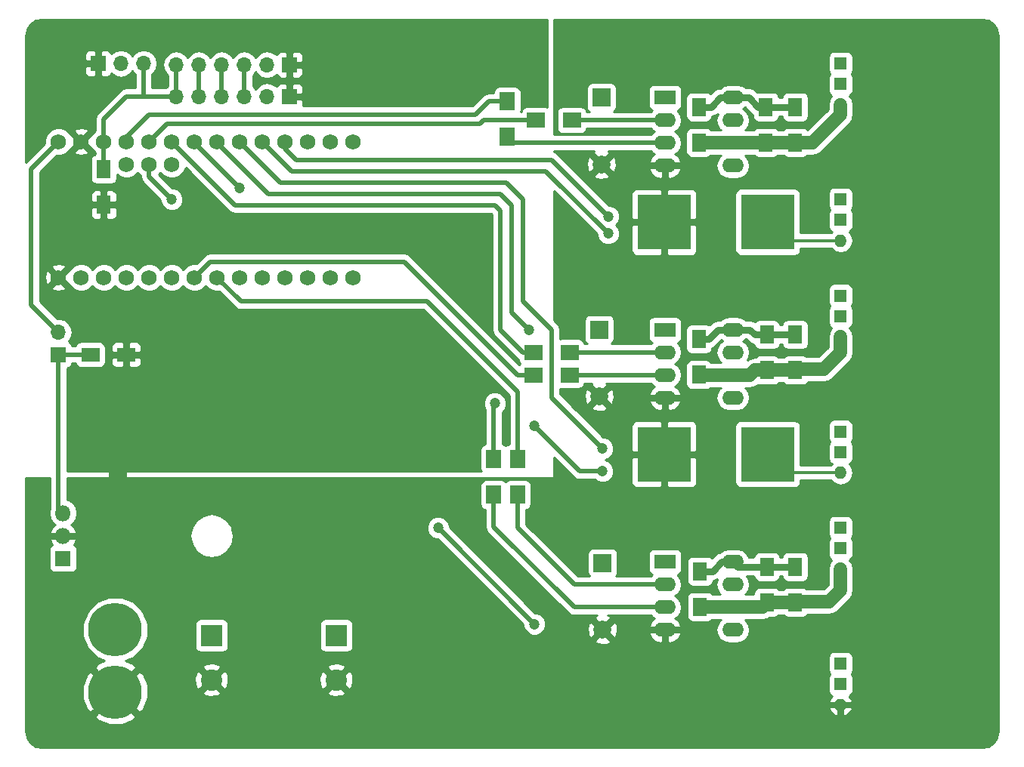
<source format=gbr>
G04 #@! TF.FileFunction,Copper,L2,Bot,Signal*
%FSLAX46Y46*%
G04 Gerber Fmt 4.6, Leading zero omitted, Abs format (unit mm)*
G04 Created by KiCad (PCBNEW 4.0.4-stable) date 07/18/17 09:52:18*
%MOMM*%
%LPD*%
G01*
G04 APERTURE LIST*
%ADD10C,0.100000*%
%ADD11C,1.750000*%
%ADD12R,2.400000X1.600000*%
%ADD13O,2.400000X1.600000*%
%ADD14R,1.600000X2.000000*%
%ADD15R,2.000000X1.600000*%
%ADD16C,5.999480*%
%ADD17R,2.000000X1.700000*%
%ADD18R,1.700000X2.000000*%
%ADD19R,6.000000X6.200000*%
%ADD20R,1.800000X1.800000*%
%ADD21O,1.800000X1.800000*%
%ADD22R,1.400000X1.400000*%
%ADD23O,1.400000X1.400000*%
%ADD24R,2.000000X2.000000*%
%ADD25C,2.000000*%
%ADD26R,2.400000X2.400000*%
%ADD27C,2.400000*%
%ADD28R,1.700000X1.700000*%
%ADD29O,1.700000X1.700000*%
%ADD30C,1.200000*%
%ADD31C,0.550000*%
%ADD32C,0.350000*%
%ADD33C,1.500000*%
%ADD34C,0.800000*%
%ADD35C,0.254000*%
G04 APERTURE END LIST*
D10*
D11*
X17145000Y66167000D03*
X14605000Y66167000D03*
X12065000Y66167000D03*
X6985000Y53467000D03*
X9525000Y53467000D03*
X12065000Y53467000D03*
X14605000Y53467000D03*
X17145000Y53467000D03*
X19685000Y53467000D03*
X22225000Y53467000D03*
X24765000Y53467000D03*
X27305000Y53467000D03*
X29845000Y53467000D03*
X32385000Y53467000D03*
X34925000Y53467000D03*
X37465000Y53467000D03*
X37465000Y68707000D03*
X34925000Y68707000D03*
X32385000Y68707000D03*
X29845000Y68707000D03*
X27305000Y68707000D03*
X24765000Y68707000D03*
X22225000Y68707000D03*
X19685000Y68707000D03*
X17145000Y68707000D03*
X14605000Y68707000D03*
X12065000Y68707000D03*
X9525000Y68707000D03*
X6985000Y68707000D03*
X4445000Y68707000D03*
X4445000Y53467000D03*
D12*
X72390000Y73660000D03*
D13*
X80010000Y66040000D03*
X72390000Y71120000D03*
X80010000Y68580000D03*
X72390000Y68580000D03*
X80010000Y71120000D03*
X72390000Y66040000D03*
X80010000Y73660000D03*
D14*
X83693000Y68612000D03*
X83693000Y72612000D03*
X76200000Y68612000D03*
X76200000Y72612000D03*
X83820000Y43085000D03*
X83820000Y47085000D03*
X86995000Y43085000D03*
X86995000Y47085000D03*
X86995000Y17050000D03*
X86995000Y21050000D03*
X83820000Y17050000D03*
X83820000Y21050000D03*
D15*
X8033000Y44831000D03*
X12033000Y44831000D03*
D16*
X10795000Y6985000D03*
X10795000Y13970000D03*
D17*
X61944000Y71120000D03*
X57944000Y71120000D03*
D18*
X54737000Y69247000D03*
X54737000Y73247000D03*
D17*
X61690000Y45085000D03*
X57690000Y45085000D03*
X61690000Y42545000D03*
X57690000Y42545000D03*
D18*
X55880000Y29115000D03*
X55880000Y33115000D03*
X53213000Y29115000D03*
X53213000Y33115000D03*
D19*
X83905000Y59690000D03*
X72305000Y59690000D03*
D20*
X4953000Y21971000D03*
D21*
X4953000Y24511000D03*
X4953000Y27051000D03*
D22*
X92075000Y51435000D03*
X92075000Y49135000D03*
D23*
X92075000Y46835000D03*
D22*
X92075000Y77470000D03*
X92075000Y75170000D03*
D23*
X92075000Y72870000D03*
D22*
X92075000Y36195000D03*
X92075000Y33895000D03*
D23*
X92075000Y31595000D03*
D22*
X92075000Y25400000D03*
X92075000Y23100000D03*
D23*
X92075000Y20800000D03*
D22*
X92075000Y10160000D03*
X92075000Y7860000D03*
D23*
X92075000Y5560000D03*
D19*
X83905000Y33655000D03*
X72305000Y33655000D03*
D12*
X72390000Y47625000D03*
D13*
X80010000Y40005000D03*
X72390000Y45085000D03*
X80010000Y42545000D03*
X72390000Y42545000D03*
X80010000Y45085000D03*
X72390000Y40005000D03*
X80010000Y47625000D03*
D12*
X72390000Y21590000D03*
D13*
X80010000Y13970000D03*
X72390000Y19050000D03*
X80010000Y16510000D03*
X72390000Y16510000D03*
X80010000Y19050000D03*
X72390000Y13970000D03*
X80010000Y21590000D03*
D24*
X65278000Y73660000D03*
D25*
X65278000Y66160000D03*
D24*
X65024000Y47625000D03*
D25*
X65024000Y40125000D03*
D24*
X65405000Y21463000D03*
D25*
X65405000Y13963000D03*
D26*
X21590000Y13335000D03*
D27*
X21590000Y8335000D03*
D14*
X86995000Y68612000D03*
X86995000Y72612000D03*
X76200000Y42577000D03*
X76200000Y46577000D03*
X76327000Y16542000D03*
X76327000Y20542000D03*
D28*
X30353000Y77343000D03*
D29*
X27813000Y77343000D03*
X25273000Y77343000D03*
X22733000Y77343000D03*
X20193000Y77343000D03*
X17653000Y77343000D03*
D28*
X30353000Y73787000D03*
D29*
X27813000Y73787000D03*
X25273000Y73787000D03*
X22733000Y73787000D03*
X20193000Y73787000D03*
X17653000Y73787000D03*
D28*
X4445000Y44831000D03*
D29*
X4445000Y47371000D03*
D22*
X92075000Y62230000D03*
X92075000Y59930000D03*
D23*
X92075000Y57630000D03*
D26*
X35560000Y13335000D03*
D27*
X35560000Y8335000D03*
D28*
X8890000Y77470000D03*
D29*
X11430000Y77470000D03*
X13970000Y77470000D03*
D14*
X9525000Y61627000D03*
X9525000Y65627000D03*
D30*
X70104000Y57277000D03*
X69977000Y31242000D03*
X81661000Y31242000D03*
X81661000Y57277000D03*
X53340000Y39370000D03*
X24765000Y63500000D03*
X66040000Y60325000D03*
X65405000Y34290000D03*
X17145000Y62230000D03*
X46990000Y25400000D03*
X57785000Y14605000D03*
X66040000Y58420000D03*
X57150000Y47625000D03*
X57785000Y36830000D03*
X65405000Y31750000D03*
D31*
X12033000Y44863000D02*
X12033000Y44831000D01*
X70104000Y57277000D02*
X72305000Y59478000D01*
X72305000Y59478000D02*
X72305000Y59690000D01*
X69977000Y31242000D02*
X72305000Y33570000D01*
X72305000Y33570000D02*
X72305000Y33655000D01*
X72305000Y33443000D02*
X72305000Y33655000D01*
X4445000Y44831000D02*
X4445000Y27559000D01*
X4445000Y27559000D02*
X4953000Y27051000D01*
X4445000Y44831000D02*
X8033000Y44831000D01*
X25273000Y77343000D02*
X25273000Y73787000D01*
X22733000Y77343000D02*
X22733000Y73787000D01*
X13970000Y77470000D02*
X13970000Y73787000D01*
X17653000Y73787000D02*
X13970000Y73787000D01*
X13970000Y73787000D02*
X12065000Y73787000D01*
X9525000Y68707000D02*
X9525000Y71247000D01*
X9525000Y71247000D02*
X12065000Y73787000D01*
X17653000Y73787000D02*
X17653000Y77343000D01*
X9525000Y68707000D02*
X9525000Y65627000D01*
X20193000Y77343000D02*
X20193000Y73787000D01*
D32*
X81661000Y31242000D02*
X83905000Y33486000D01*
X83905000Y33486000D02*
X83905000Y33655000D01*
X83905000Y33359000D02*
X83905000Y33655000D01*
X83905000Y33655000D02*
X83905000Y34205000D01*
X92075000Y31595000D02*
X85965000Y31595000D01*
X85965000Y31595000D02*
X83905000Y33655000D01*
D31*
X61944000Y71120000D02*
X72390000Y71120000D01*
X72390000Y68580000D02*
X55404000Y68580000D01*
X55404000Y68580000D02*
X54737000Y69247000D01*
X61690000Y45085000D02*
X72390000Y45085000D01*
X61690000Y42545000D02*
X72390000Y42545000D01*
X55880000Y29115000D02*
X55880000Y25400000D01*
X62230000Y19050000D02*
X72390000Y19050000D01*
X55880000Y25400000D02*
X62230000Y19050000D01*
X72390000Y16510000D02*
X62230000Y16510000D01*
X53213000Y25527000D02*
X53213000Y29115000D01*
X62230000Y16510000D02*
X53213000Y25527000D01*
D32*
X81661000Y57277000D02*
X83905000Y59521000D01*
X83905000Y59521000D02*
X83905000Y59690000D01*
X83905000Y59690000D02*
X83820000Y59690000D01*
X92075000Y57630000D02*
X85965000Y57630000D01*
X85965000Y57630000D02*
X83905000Y59690000D01*
D33*
X86995000Y68612000D02*
X88932000Y68612000D01*
X92075000Y71755000D02*
X92075000Y72870000D01*
X88932000Y68612000D02*
X92075000Y71755000D01*
X83693000Y68612000D02*
X86995000Y68612000D01*
X80010000Y68580000D02*
X83661000Y68580000D01*
X83661000Y68580000D02*
X83693000Y68612000D01*
X80010000Y68580000D02*
X76232000Y68580000D01*
X76232000Y68580000D02*
X76200000Y68612000D01*
D34*
X76200000Y72612000D02*
X77565000Y72612000D01*
X78613000Y73660000D02*
X80010000Y73660000D01*
X77565000Y72612000D02*
X78613000Y73660000D01*
X83693000Y72612000D02*
X82836000Y72612000D01*
X81788000Y73660000D02*
X80010000Y73660000D01*
X82836000Y72612000D02*
X81788000Y73660000D01*
X83693000Y72612000D02*
X86995000Y72612000D01*
D33*
X80010000Y42545000D02*
X76232000Y42545000D01*
X76232000Y42545000D02*
X76200000Y42577000D01*
X83820000Y43085000D02*
X86995000Y43085000D01*
X86995000Y43085000D02*
X87090000Y43180000D01*
X87090000Y43180000D02*
X90170000Y43180000D01*
X90170000Y43180000D02*
X92075000Y45085000D01*
X92075000Y45085000D02*
X92075000Y46835000D01*
X80010000Y42545000D02*
X81915000Y42545000D01*
X82455000Y43085000D02*
X83820000Y43085000D01*
X81915000Y42545000D02*
X82455000Y43085000D01*
D34*
X80010000Y47625000D02*
X78359000Y47625000D01*
X77311000Y46577000D02*
X76200000Y46577000D01*
X78359000Y47625000D02*
X77311000Y46577000D01*
X83820000Y47085000D02*
X86995000Y47085000D01*
X80010000Y47625000D02*
X81915000Y47625000D01*
X82455000Y47085000D02*
X83820000Y47085000D01*
X81915000Y47625000D02*
X82455000Y47085000D01*
D33*
X76327000Y16542000D02*
X79978000Y16542000D01*
X79978000Y16542000D02*
X80010000Y16510000D01*
X83820000Y17050000D02*
X86995000Y17050000D01*
X86995000Y17050000D02*
X87090000Y17145000D01*
X87090000Y17145000D02*
X90805000Y17145000D01*
X90805000Y17145000D02*
X92075000Y18415000D01*
X92075000Y18415000D02*
X92075000Y20800000D01*
X80010000Y16510000D02*
X83280000Y16510000D01*
X83280000Y16510000D02*
X83820000Y17050000D01*
D34*
X80010000Y21590000D02*
X78740000Y21590000D01*
X77692000Y20542000D02*
X76327000Y20542000D01*
X78740000Y21590000D02*
X77692000Y20542000D01*
X83820000Y21050000D02*
X86995000Y21050000D01*
X83820000Y21050000D02*
X80550000Y21050000D01*
X80550000Y21050000D02*
X80010000Y21590000D01*
X80010000Y21590000D02*
X80645000Y21590000D01*
D31*
X4445000Y47371000D02*
X1397000Y50419000D01*
X1397000Y65659000D02*
X4445000Y68707000D01*
X1397000Y50419000D02*
X1397000Y65659000D01*
X57944000Y71120000D02*
X52070000Y71120000D01*
X16637000Y70739000D02*
X14605000Y68707000D01*
X51689000Y70739000D02*
X16637000Y70739000D01*
X52070000Y71120000D02*
X51689000Y70739000D01*
X12065000Y68707000D02*
X12065000Y69215000D01*
X12065000Y69215000D02*
X14605000Y71755000D01*
X14605000Y71755000D02*
X51181000Y71755000D01*
X51181000Y71755000D02*
X52673000Y73247000D01*
X52673000Y73247000D02*
X54737000Y73247000D01*
X55880000Y33115000D02*
X55880000Y40640000D01*
X24892000Y50800000D02*
X22225000Y53467000D01*
X45720000Y50800000D02*
X24892000Y50800000D01*
X55880000Y40640000D02*
X45720000Y50800000D01*
X19685000Y68707000D02*
X19685000Y68580000D01*
X19685000Y68580000D02*
X24765000Y63500000D01*
X53213000Y39243000D02*
X53213000Y33115000D01*
X53340000Y39370000D02*
X53213000Y39243000D01*
X31115000Y66675000D02*
X29845000Y67945000D01*
X59690000Y66675000D02*
X31115000Y66675000D01*
X66040000Y60325000D02*
X59690000Y66675000D01*
X29845000Y67945000D02*
X29845000Y68707000D01*
X29337000Y64135000D02*
X24765000Y68707000D01*
X54610000Y64135000D02*
X29337000Y64135000D01*
X56515000Y62230000D02*
X54610000Y64135000D01*
X56515000Y50800000D02*
X56515000Y62230000D01*
X59690000Y47625000D02*
X56515000Y50800000D01*
X59690000Y40005000D02*
X59690000Y47625000D01*
X65405000Y34290000D02*
X59690000Y40005000D01*
X14605000Y64770000D02*
X14605000Y66167000D01*
X17145000Y62230000D02*
X14605000Y64770000D01*
X57785000Y14605000D02*
X46990000Y25400000D01*
X57690000Y42545000D02*
X55880000Y42545000D01*
X21463000Y55245000D02*
X19685000Y53467000D01*
X43180000Y55245000D02*
X21463000Y55245000D01*
X55880000Y42545000D02*
X43180000Y55245000D01*
X30607000Y65405000D02*
X27305000Y68707000D01*
X59055000Y65405000D02*
X30607000Y65405000D01*
X66040000Y58420000D02*
X59055000Y65405000D01*
X22225000Y68707000D02*
X22225000Y68580000D01*
X22225000Y68580000D02*
X27940000Y62865000D01*
X27940000Y62865000D02*
X53975000Y62865000D01*
X53975000Y62865000D02*
X55245000Y61595000D01*
X55245000Y61595000D02*
X55245000Y49530000D01*
X55245000Y49530000D02*
X57150000Y47625000D01*
X57785000Y36830000D02*
X62865000Y31750000D01*
X62865000Y31750000D02*
X65405000Y31750000D01*
X57690000Y45085000D02*
X56515000Y45085000D01*
X24257000Y61595000D02*
X17145000Y68707000D01*
X53340000Y61595000D02*
X24257000Y61595000D01*
X53975000Y60960000D02*
X53340000Y61595000D01*
X53975000Y47625000D02*
X53975000Y60960000D01*
X56515000Y45085000D02*
X53975000Y47625000D01*
D35*
G36*
X59182000Y72612067D02*
X58944000Y72660263D01*
X56944000Y72660263D01*
X56693119Y72613056D01*
X56462700Y72464786D01*
X56308120Y72238551D01*
X56274393Y72072000D01*
X56241825Y72072000D01*
X56277263Y72247000D01*
X56277263Y74247000D01*
X56230056Y74497881D01*
X56081786Y74728300D01*
X55855551Y74882880D01*
X55587000Y74937263D01*
X53887000Y74937263D01*
X53636119Y74890056D01*
X53405700Y74741786D01*
X53251120Y74515551D01*
X53196737Y74247000D01*
X53196737Y74199000D01*
X52673005Y74199000D01*
X52673000Y74199001D01*
X52308686Y74126534D01*
X52308684Y74126533D01*
X52308685Y74126533D01*
X51999834Y73920166D01*
X51999832Y73920163D01*
X50786668Y72707000D01*
X31840511Y72707000D01*
X31880000Y72802336D01*
X31880000Y73369750D01*
X31710750Y73539000D01*
X30601000Y73539000D01*
X30601000Y73519000D01*
X30105000Y73519000D01*
X30105000Y73539000D01*
X30085000Y73539000D01*
X30085000Y74035000D01*
X30105000Y74035000D01*
X30105000Y75144750D01*
X30601000Y75144750D01*
X30601000Y74035000D01*
X31710750Y74035000D01*
X31880000Y74204250D01*
X31880000Y74771664D01*
X31776933Y75020490D01*
X31586489Y75210933D01*
X31337663Y75314000D01*
X30770250Y75314000D01*
X30601000Y75144750D01*
X30105000Y75144750D01*
X29935750Y75314000D01*
X29368337Y75314000D01*
X29119511Y75210933D01*
X28929067Y75020490D01*
X28881024Y74904504D01*
X28397358Y75227680D01*
X27813000Y75343916D01*
X27228642Y75227680D01*
X26733248Y74896668D01*
X26543000Y74611942D01*
X26352752Y74896668D01*
X26225000Y74982029D01*
X26225000Y76147971D01*
X26352752Y76233332D01*
X26543000Y76518058D01*
X26733248Y76233332D01*
X27228642Y75902320D01*
X27813000Y75786084D01*
X28397358Y75902320D01*
X28881024Y76225496D01*
X28929067Y76109510D01*
X29119511Y75919067D01*
X29368337Y75816000D01*
X29935750Y75816000D01*
X30105000Y75985250D01*
X30105000Y77095000D01*
X30601000Y77095000D01*
X30601000Y75985250D01*
X30770250Y75816000D01*
X31337663Y75816000D01*
X31586489Y75919067D01*
X31776933Y76109510D01*
X31880000Y76358336D01*
X31880000Y76925750D01*
X31710750Y77095000D01*
X30601000Y77095000D01*
X30105000Y77095000D01*
X30085000Y77095000D01*
X30085000Y77591000D01*
X30105000Y77591000D01*
X30105000Y78700750D01*
X30601000Y78700750D01*
X30601000Y77591000D01*
X31710750Y77591000D01*
X31880000Y77760250D01*
X31880000Y78327664D01*
X31776933Y78576490D01*
X31586489Y78766933D01*
X31337663Y78870000D01*
X30770250Y78870000D01*
X30601000Y78700750D01*
X30105000Y78700750D01*
X29935750Y78870000D01*
X29368337Y78870000D01*
X29119511Y78766933D01*
X28929067Y78576490D01*
X28881024Y78460504D01*
X28397358Y78783680D01*
X27813000Y78899916D01*
X27228642Y78783680D01*
X26733248Y78452668D01*
X26543000Y78167942D01*
X26352752Y78452668D01*
X25857358Y78783680D01*
X25273000Y78899916D01*
X24688642Y78783680D01*
X24193248Y78452668D01*
X24003000Y78167942D01*
X23812752Y78452668D01*
X23317358Y78783680D01*
X22733000Y78899916D01*
X22148642Y78783680D01*
X21653248Y78452668D01*
X21463000Y78167942D01*
X21272752Y78452668D01*
X20777358Y78783680D01*
X20193000Y78899916D01*
X19608642Y78783680D01*
X19113248Y78452668D01*
X18923000Y78167942D01*
X18732752Y78452668D01*
X18237358Y78783680D01*
X17653000Y78899916D01*
X17068642Y78783680D01*
X16573248Y78452668D01*
X16242236Y77957274D01*
X16126000Y77372916D01*
X16126000Y77313084D01*
X16242236Y76728726D01*
X16573248Y76233332D01*
X16701000Y76147971D01*
X16701000Y74982029D01*
X16573248Y74896668D01*
X16467898Y74739000D01*
X14922000Y74739000D01*
X14922000Y76274971D01*
X15049752Y76360332D01*
X15380764Y76855726D01*
X15497000Y77440084D01*
X15497000Y77499916D01*
X15380764Y78084274D01*
X15049752Y78579668D01*
X14554358Y78910680D01*
X13970000Y79026916D01*
X13385642Y78910680D01*
X12890248Y78579668D01*
X12700000Y78294942D01*
X12509752Y78579668D01*
X12014358Y78910680D01*
X11430000Y79026916D01*
X10845642Y78910680D01*
X10361976Y78587504D01*
X10313933Y78703490D01*
X10123489Y78893933D01*
X9874663Y78997000D01*
X9307250Y78997000D01*
X9138000Y78827750D01*
X9138000Y77718000D01*
X9158000Y77718000D01*
X9158000Y77222000D01*
X9138000Y77222000D01*
X9138000Y76112250D01*
X9307250Y75943000D01*
X9874663Y75943000D01*
X10123489Y76046067D01*
X10313933Y76236510D01*
X10361976Y76352496D01*
X10845642Y76029320D01*
X11430000Y75913084D01*
X12014358Y76029320D01*
X12509752Y76360332D01*
X12700000Y76645058D01*
X12890248Y76360332D01*
X13018000Y76274971D01*
X13018000Y74739000D01*
X12065000Y74739000D01*
X11700685Y74666533D01*
X11391834Y74460166D01*
X11391832Y74460163D01*
X8851834Y71920166D01*
X8645467Y71611315D01*
X8573000Y71247000D01*
X8573000Y69949606D01*
X8210046Y69587285D01*
X8175495Y69504078D01*
X8144106Y69515381D01*
X7335725Y68707000D01*
X8144106Y67898619D01*
X8175134Y67909792D01*
X8208512Y67829011D01*
X8573000Y67463886D01*
X8573000Y67288662D01*
X8474119Y67270056D01*
X8243700Y67121786D01*
X8089120Y66895551D01*
X8034737Y66627000D01*
X8034737Y64627000D01*
X8081944Y64376119D01*
X8230214Y64145700D01*
X8456449Y63991120D01*
X8725000Y63936737D01*
X10325000Y63936737D01*
X10575881Y63983944D01*
X10806300Y64132214D01*
X10960880Y64358449D01*
X11015263Y64627000D01*
X11015263Y65021794D01*
X11184715Y64852046D01*
X11754934Y64615270D01*
X12372357Y64614732D01*
X12942989Y64850512D01*
X13335301Y65242140D01*
X13653000Y64923886D01*
X13653000Y64770000D01*
X13725467Y64405685D01*
X13880831Y64173166D01*
X13931834Y64096834D01*
X15867939Y62160730D01*
X15867779Y61977103D01*
X16061781Y61507583D01*
X16420693Y61148043D01*
X16889875Y60953222D01*
X17397897Y60952779D01*
X17867417Y61146781D01*
X18226957Y61505693D01*
X18421778Y61974875D01*
X18422221Y62482897D01*
X18228219Y62952417D01*
X17869307Y63311957D01*
X17400125Y63506778D01*
X17214391Y63506940D01*
X15677074Y65044258D01*
X15875301Y65242140D01*
X16264715Y64852046D01*
X16834934Y64615270D01*
X17452357Y64614732D01*
X18022989Y64850512D01*
X18459954Y65286715D01*
X18682648Y65823020D01*
X23583834Y60921834D01*
X23892685Y60715467D01*
X23953130Y60703444D01*
X24257000Y60642999D01*
X24257005Y60643000D01*
X52945668Y60643000D01*
X53023000Y60565669D01*
X53023000Y47625000D01*
X53095467Y47260685D01*
X53212856Y47085000D01*
X53301834Y46951834D01*
X55841832Y44411837D01*
X55841834Y44411834D01*
X55999737Y44306327D01*
X55999737Y44235000D01*
X56046944Y43984119D01*
X56156657Y43813619D01*
X56075902Y43695429D01*
X43853166Y55918166D01*
X43544315Y56124533D01*
X43180000Y56197000D01*
X21463005Y56197000D01*
X21463000Y56197001D01*
X21098686Y56124534D01*
X21098684Y56124533D01*
X21098685Y56124533D01*
X20789834Y55918166D01*
X20789832Y55918163D01*
X19890490Y55018821D01*
X19377643Y55019268D01*
X18807011Y54783488D01*
X18414699Y54391860D01*
X18025285Y54781954D01*
X17455066Y55018730D01*
X16837643Y55019268D01*
X16267011Y54783488D01*
X15874699Y54391860D01*
X15485285Y54781954D01*
X14915066Y55018730D01*
X14297643Y55019268D01*
X13727011Y54783488D01*
X13334699Y54391860D01*
X12945285Y54781954D01*
X12375066Y55018730D01*
X11757643Y55019268D01*
X11187011Y54783488D01*
X10794699Y54391860D01*
X10405285Y54781954D01*
X9835066Y55018730D01*
X9217643Y55019268D01*
X8647011Y54783488D01*
X8254699Y54391860D01*
X7865285Y54781954D01*
X7295066Y55018730D01*
X6677643Y55019268D01*
X6107011Y54783488D01*
X5670046Y54347285D01*
X5635495Y54264078D01*
X5604106Y54275381D01*
X4795725Y53467000D01*
X5604106Y52658619D01*
X5635134Y52669792D01*
X5668512Y52589011D01*
X6104715Y52152046D01*
X6674934Y51915270D01*
X7292357Y51914732D01*
X7862989Y52150512D01*
X8255301Y52542140D01*
X8644715Y52152046D01*
X9214934Y51915270D01*
X9832357Y51914732D01*
X10402989Y52150512D01*
X10795301Y52542140D01*
X11184715Y52152046D01*
X11754934Y51915270D01*
X12372357Y51914732D01*
X12942989Y52150512D01*
X13335301Y52542140D01*
X13724715Y52152046D01*
X14294934Y51915270D01*
X14912357Y51914732D01*
X15482989Y52150512D01*
X15875301Y52542140D01*
X16264715Y52152046D01*
X16834934Y51915270D01*
X17452357Y51914732D01*
X18022989Y52150512D01*
X18415301Y52542140D01*
X18804715Y52152046D01*
X19374934Y51915270D01*
X19992357Y51914732D01*
X20562989Y52150512D01*
X20955301Y52542140D01*
X21344715Y52152046D01*
X21914934Y51915270D01*
X22430848Y51914820D01*
X24218832Y50126837D01*
X24218834Y50126834D01*
X24425202Y49988944D01*
X24527686Y49920466D01*
X24892000Y49847999D01*
X24892005Y49848000D01*
X45325668Y49848000D01*
X54928000Y40245668D01*
X54928000Y34786070D01*
X54779119Y34758056D01*
X54548700Y34609786D01*
X54545310Y34604825D01*
X54331551Y34750880D01*
X54165000Y34784607D01*
X54165000Y38389185D01*
X54421957Y38645693D01*
X54616778Y39114875D01*
X54617221Y39622897D01*
X54423219Y40092417D01*
X54064307Y40451957D01*
X53595125Y40646778D01*
X53087103Y40647221D01*
X52617583Y40453219D01*
X52258043Y40094307D01*
X52063222Y39625125D01*
X52062779Y39117103D01*
X52256781Y38647583D01*
X52261000Y38643357D01*
X52261000Y34786070D01*
X52112119Y34758056D01*
X51881700Y34609786D01*
X51727120Y34383551D01*
X51672737Y34115000D01*
X51672737Y32115000D01*
X51719944Y31864119D01*
X51793377Y31750000D01*
X12065000Y31750000D01*
X12015590Y31739994D01*
X11973965Y31711553D01*
X11946685Y31669159D01*
X11938000Y31623000D01*
X11938000Y31115000D01*
X11948006Y31065590D01*
X11976447Y31023965D01*
X12018841Y30996685D01*
X12065000Y30988000D01*
X59817000Y30988000D01*
X59866410Y30998006D01*
X59908035Y31026447D01*
X59935315Y31068841D01*
X59944000Y31115000D01*
X59944000Y33324668D01*
X62191834Y31076834D01*
X62500685Y30870467D01*
X62561130Y30858444D01*
X62865000Y30797999D01*
X62865005Y30798000D01*
X64550963Y30798000D01*
X64680693Y30668043D01*
X65149875Y30473222D01*
X65657897Y30472779D01*
X66127417Y30666781D01*
X66486957Y31025693D01*
X66681778Y31494875D01*
X66682221Y32002897D01*
X66488219Y32472417D01*
X66129307Y32831957D01*
X65675912Y33020223D01*
X66127417Y33206781D01*
X66158440Y33237750D01*
X68628000Y33237750D01*
X68628000Y30420337D01*
X68731067Y30171511D01*
X68921510Y29981067D01*
X69170336Y29878000D01*
X71887750Y29878000D01*
X72057000Y30047250D01*
X72057000Y33407000D01*
X72553000Y33407000D01*
X72553000Y30047250D01*
X72722250Y29878000D01*
X75439664Y29878000D01*
X75688490Y29981067D01*
X75878933Y30171511D01*
X75982000Y30420337D01*
X75982000Y33237750D01*
X75812750Y33407000D01*
X72553000Y33407000D01*
X72057000Y33407000D01*
X68797250Y33407000D01*
X68628000Y33237750D01*
X66158440Y33237750D01*
X66486957Y33565693D01*
X66681778Y34034875D01*
X66682221Y34542897D01*
X66488219Y35012417D01*
X66129307Y35371957D01*
X65660125Y35566778D01*
X65474391Y35566940D01*
X64151669Y36889663D01*
X68628000Y36889663D01*
X68628000Y34072250D01*
X68797250Y33903000D01*
X72057000Y33903000D01*
X72057000Y37262750D01*
X72553000Y37262750D01*
X72553000Y33903000D01*
X75812750Y33903000D01*
X75982000Y34072250D01*
X75982000Y36755000D01*
X80214737Y36755000D01*
X80214737Y30555000D01*
X80261944Y30304119D01*
X80410214Y30073700D01*
X80636449Y29919120D01*
X80905000Y29864737D01*
X86905000Y29864737D01*
X87155881Y29911944D01*
X87386300Y30060214D01*
X87540880Y30286449D01*
X87595263Y30555000D01*
X87595263Y30743000D01*
X91001981Y30743000D01*
X91101314Y30594337D01*
X91548045Y30295841D01*
X92075000Y30191023D01*
X92601955Y30295841D01*
X93048686Y30594337D01*
X93347182Y31041068D01*
X93452000Y31568023D01*
X93452000Y31621977D01*
X93347182Y32148932D01*
X93062258Y32575352D01*
X93256300Y32700214D01*
X93410880Y32926449D01*
X93465263Y33195000D01*
X93465263Y34595000D01*
X93418056Y34845881D01*
X93288459Y35047281D01*
X93410880Y35226449D01*
X93465263Y35495000D01*
X93465263Y36895000D01*
X93418056Y37145881D01*
X93269786Y37376300D01*
X93043551Y37530880D01*
X92775000Y37585263D01*
X91375000Y37585263D01*
X91124119Y37538056D01*
X90893700Y37389786D01*
X90739120Y37163551D01*
X90684737Y36895000D01*
X90684737Y35495000D01*
X90731944Y35244119D01*
X90861541Y35042719D01*
X90739120Y34863551D01*
X90684737Y34595000D01*
X90684737Y33195000D01*
X90731944Y32944119D01*
X90880214Y32713700D01*
X91086160Y32572983D01*
X91001981Y32447000D01*
X87595263Y32447000D01*
X87595263Y36755000D01*
X87548056Y37005881D01*
X87399786Y37236300D01*
X87173551Y37390880D01*
X86905000Y37445263D01*
X80905000Y37445263D01*
X80654119Y37398056D01*
X80423700Y37249786D01*
X80269120Y37023551D01*
X80214737Y36755000D01*
X75982000Y36755000D01*
X75982000Y36889663D01*
X75878933Y37138489D01*
X75688490Y37328933D01*
X75439664Y37432000D01*
X72722250Y37432000D01*
X72553000Y37262750D01*
X72057000Y37262750D01*
X71887750Y37432000D01*
X69170336Y37432000D01*
X68921510Y37328933D01*
X68731067Y37138489D01*
X68628000Y36889663D01*
X64151669Y36889663D01*
X62166859Y38874473D01*
X64124198Y38874473D01*
X64230237Y38610556D01*
X64870211Y38422076D01*
X65533598Y38492851D01*
X65817763Y38610556D01*
X65923802Y38874473D01*
X65024000Y39774275D01*
X64124198Y38874473D01*
X62166859Y38874473D01*
X60762543Y40278789D01*
X63321076Y40278789D01*
X63391851Y39615402D01*
X63509556Y39331237D01*
X63773473Y39225198D01*
X64673275Y40125000D01*
X65374725Y40125000D01*
X66274527Y39225198D01*
X66538444Y39331237D01*
X66597653Y39532280D01*
X70590691Y39532280D01*
X70874155Y39006409D01*
X71341238Y38655407D01*
X71907089Y38509868D01*
X72142000Y38684555D01*
X72142000Y39757000D01*
X72638000Y39757000D01*
X72638000Y38684555D01*
X72872911Y38509868D01*
X73438762Y38655407D01*
X73905845Y39006409D01*
X74189309Y39532280D01*
X74074019Y39757000D01*
X72638000Y39757000D01*
X72142000Y39757000D01*
X70705981Y39757000D01*
X70590691Y39532280D01*
X66597653Y39532280D01*
X66726924Y39971211D01*
X66656149Y40634598D01*
X66538444Y40918763D01*
X66274527Y41024802D01*
X65374725Y40125000D01*
X64673275Y40125000D01*
X63773473Y41024802D01*
X63509556Y40918763D01*
X63321076Y40278789D01*
X60762543Y40278789D01*
X60642000Y40399332D01*
X60642000Y41014457D01*
X60690000Y41004737D01*
X62690000Y41004737D01*
X62940881Y41051944D01*
X63171300Y41200214D01*
X63325880Y41426449D01*
X63359607Y41593000D01*
X64211576Y41593000D01*
X64124198Y41375527D01*
X65024000Y40475725D01*
X65923802Y41375527D01*
X65836424Y41593000D01*
X70847092Y41593000D01*
X70908830Y41500603D01*
X71240569Y41278943D01*
X70874155Y41003591D01*
X70590691Y40477720D01*
X70705981Y40253000D01*
X72142000Y40253000D01*
X72142000Y40273000D01*
X72638000Y40273000D01*
X72638000Y40253000D01*
X74074019Y40253000D01*
X74189309Y40477720D01*
X73905845Y41003591D01*
X73539431Y41278943D01*
X73871170Y41500603D01*
X74191343Y41979777D01*
X74303773Y42545000D01*
X74191343Y43110223D01*
X73871170Y43589397D01*
X73533530Y43815000D01*
X73871170Y44040603D01*
X74191343Y44519777D01*
X74303773Y45085000D01*
X74191343Y45650223D01*
X73871170Y46129397D01*
X73803152Y46174845D01*
X73840881Y46181944D01*
X74071300Y46330214D01*
X74225880Y46556449D01*
X74280263Y46825000D01*
X74280263Y47577000D01*
X74709737Y47577000D01*
X74709737Y45577000D01*
X74756944Y45326119D01*
X74905214Y45095700D01*
X75131449Y44941120D01*
X75400000Y44886737D01*
X77000000Y44886737D01*
X77250881Y44933944D01*
X77481300Y45082214D01*
X77635880Y45308449D01*
X77689934Y45575375D01*
X77723150Y45581982D01*
X78072554Y45815446D01*
X78713991Y46456883D01*
X78866470Y46355000D01*
X78528830Y46129397D01*
X78208657Y45650223D01*
X78096227Y45085000D01*
X78208657Y44519777D01*
X78528830Y44040603D01*
X78631502Y43972000D01*
X77550318Y43972000D01*
X77494786Y44058300D01*
X77268551Y44212880D01*
X77000000Y44267263D01*
X75400000Y44267263D01*
X75149119Y44220056D01*
X74918700Y44071786D01*
X74764120Y43845551D01*
X74709737Y43577000D01*
X74709737Y41577000D01*
X74756944Y41326119D01*
X74905214Y41095700D01*
X75131449Y40941120D01*
X75400000Y40886737D01*
X77000000Y40886737D01*
X77250881Y40933944D01*
X77481300Y41082214D01*
X77505752Y41118000D01*
X78631502Y41118000D01*
X78528830Y41049397D01*
X78208657Y40570223D01*
X78096227Y40005000D01*
X78208657Y39439777D01*
X78528830Y38960603D01*
X79008004Y38640430D01*
X79573227Y38528000D01*
X80446773Y38528000D01*
X81011996Y38640430D01*
X81491170Y38960603D01*
X81811343Y39439777D01*
X81923773Y40005000D01*
X81811343Y40570223D01*
X81491170Y41049397D01*
X81388498Y41118000D01*
X81915000Y41118000D01*
X82461089Y41226624D01*
X82784163Y41442495D01*
X83020000Y41394737D01*
X84620000Y41394737D01*
X84870881Y41441944D01*
X85101300Y41590214D01*
X85147616Y41658000D01*
X85665273Y41658000D01*
X85700214Y41603700D01*
X85926449Y41449120D01*
X86195000Y41394737D01*
X87795000Y41394737D01*
X88045881Y41441944D01*
X88276300Y41590214D01*
X88387527Y41753000D01*
X90170000Y41753000D01*
X90716089Y41861624D01*
X91179041Y42170959D01*
X93084041Y44075959D01*
X93393376Y44538911D01*
X93502000Y45085000D01*
X93502000Y46835000D01*
X93393376Y47381089D01*
X93090897Y47833780D01*
X93256300Y47940214D01*
X93410880Y48166449D01*
X93465263Y48435000D01*
X93465263Y49835000D01*
X93418056Y50085881D01*
X93288459Y50287281D01*
X93410880Y50466449D01*
X93465263Y50735000D01*
X93465263Y52135000D01*
X93418056Y52385881D01*
X93269786Y52616300D01*
X93043551Y52770880D01*
X92775000Y52825263D01*
X91375000Y52825263D01*
X91124119Y52778056D01*
X90893700Y52629786D01*
X90739120Y52403551D01*
X90684737Y52135000D01*
X90684737Y50735000D01*
X90731944Y50484119D01*
X90861541Y50282719D01*
X90739120Y50103551D01*
X90684737Y49835000D01*
X90684737Y48435000D01*
X90731944Y48184119D01*
X90880214Y47953700D01*
X91058043Y47832194D01*
X90756624Y47381089D01*
X90648000Y46835000D01*
X90648000Y45676082D01*
X89578918Y44607000D01*
X88230220Y44607000D01*
X88063551Y44720880D01*
X87795000Y44775263D01*
X86195000Y44775263D01*
X85944119Y44728056D01*
X85713700Y44579786D01*
X85667384Y44512000D01*
X85149727Y44512000D01*
X85114786Y44566300D01*
X84888551Y44720880D01*
X84620000Y44775263D01*
X83020000Y44775263D01*
X82769119Y44728056D01*
X82538700Y44579786D01*
X82492384Y44512000D01*
X82455000Y44512000D01*
X81999512Y44421398D01*
X81908910Y44403376D01*
X81592141Y44191718D01*
X81811343Y44519777D01*
X81923773Y45085000D01*
X81811343Y45650223D01*
X81491170Y46129397D01*
X81153530Y46355000D01*
X81442376Y46548000D01*
X81468892Y46548000D01*
X81693446Y46323446D01*
X82042850Y46089982D01*
X82339918Y46030891D01*
X82376944Y45834119D01*
X82525214Y45603700D01*
X82751449Y45449120D01*
X83020000Y45394737D01*
X84620000Y45394737D01*
X84870881Y45441944D01*
X85101300Y45590214D01*
X85255880Y45816449D01*
X85294670Y46008000D01*
X85519226Y46008000D01*
X85551944Y45834119D01*
X85700214Y45603700D01*
X85926449Y45449120D01*
X86195000Y45394737D01*
X87795000Y45394737D01*
X88045881Y45441944D01*
X88276300Y45590214D01*
X88430880Y45816449D01*
X88485263Y46085000D01*
X88485263Y48085000D01*
X88438056Y48335881D01*
X88289786Y48566300D01*
X88063551Y48720880D01*
X87795000Y48775263D01*
X86195000Y48775263D01*
X85944119Y48728056D01*
X85713700Y48579786D01*
X85559120Y48353551D01*
X85520330Y48162000D01*
X85295774Y48162000D01*
X85263056Y48335881D01*
X85114786Y48566300D01*
X84888551Y48720880D01*
X84620000Y48775263D01*
X83020000Y48775263D01*
X82769119Y48728056D01*
X82538700Y48579786D01*
X82491264Y48510361D01*
X82327150Y48620018D01*
X81915000Y48702000D01*
X81442376Y48702000D01*
X81011996Y48989570D01*
X80446773Y49102000D01*
X79573227Y49102000D01*
X79008004Y48989570D01*
X78577624Y48702000D01*
X78359000Y48702000D01*
X77946850Y48620018D01*
X77597446Y48386554D01*
X77360765Y48149873D01*
X77268551Y48212880D01*
X77000000Y48267263D01*
X75400000Y48267263D01*
X75149119Y48220056D01*
X74918700Y48071786D01*
X74764120Y47845551D01*
X74709737Y47577000D01*
X74280263Y47577000D01*
X74280263Y48425000D01*
X74233056Y48675881D01*
X74084786Y48906300D01*
X73858551Y49060880D01*
X73590000Y49115263D01*
X71190000Y49115263D01*
X70939119Y49068056D01*
X70708700Y48919786D01*
X70554120Y48693551D01*
X70499737Y48425000D01*
X70499737Y46825000D01*
X70546944Y46574119D01*
X70695214Y46343700D01*
X70921449Y46189120D01*
X70980358Y46177191D01*
X70908830Y46129397D01*
X70847092Y46037000D01*
X66360441Y46037000D01*
X66505300Y46130214D01*
X66659880Y46356449D01*
X66714263Y46625000D01*
X66714263Y48625000D01*
X66667056Y48875881D01*
X66518786Y49106300D01*
X66292551Y49260880D01*
X66024000Y49315263D01*
X64024000Y49315263D01*
X63773119Y49268056D01*
X63542700Y49119786D01*
X63388120Y48893551D01*
X63333737Y48625000D01*
X63333737Y46625000D01*
X63380944Y46374119D01*
X63529214Y46143700D01*
X63685374Y46037000D01*
X63361070Y46037000D01*
X63333056Y46185881D01*
X63184786Y46416300D01*
X62958551Y46570880D01*
X62690000Y46625263D01*
X60690000Y46625263D01*
X60642000Y46616231D01*
X60642000Y47625000D01*
X60569533Y47989315D01*
X60363166Y48298166D01*
X59944000Y48717332D01*
X59944000Y63169668D01*
X64762939Y58350730D01*
X64762779Y58167103D01*
X64956781Y57697583D01*
X65315693Y57338043D01*
X65784875Y57143222D01*
X66292897Y57142779D01*
X66762417Y57336781D01*
X67121957Y57695693D01*
X67316778Y58164875D01*
X67317221Y58672897D01*
X67123219Y59142417D01*
X66993114Y59272750D01*
X68628000Y59272750D01*
X68628000Y56455337D01*
X68731067Y56206511D01*
X68921510Y56016067D01*
X69170336Y55913000D01*
X71887750Y55913000D01*
X72057000Y56082250D01*
X72057000Y59442000D01*
X72553000Y59442000D01*
X72553000Y56082250D01*
X72722250Y55913000D01*
X75439664Y55913000D01*
X75688490Y56016067D01*
X75878933Y56206511D01*
X75982000Y56455337D01*
X75982000Y59272750D01*
X75812750Y59442000D01*
X72553000Y59442000D01*
X72057000Y59442000D01*
X68797250Y59442000D01*
X68628000Y59272750D01*
X66993114Y59272750D01*
X66893451Y59372587D01*
X67121957Y59600693D01*
X67316778Y60069875D01*
X67317221Y60577897D01*
X67123219Y61047417D01*
X66764307Y61406957D01*
X66295125Y61601778D01*
X66109392Y61601940D01*
X64786669Y62924663D01*
X68628000Y62924663D01*
X68628000Y60107250D01*
X68797250Y59938000D01*
X72057000Y59938000D01*
X72057000Y63297750D01*
X72553000Y63297750D01*
X72553000Y59938000D01*
X75812750Y59938000D01*
X75982000Y60107250D01*
X75982000Y62790000D01*
X80214737Y62790000D01*
X80214737Y56590000D01*
X80261944Y56339119D01*
X80410214Y56108700D01*
X80636449Y55954120D01*
X80905000Y55899737D01*
X86905000Y55899737D01*
X87155881Y55946944D01*
X87386300Y56095214D01*
X87540880Y56321449D01*
X87595263Y56590000D01*
X87595263Y56778000D01*
X91001981Y56778000D01*
X91101314Y56629337D01*
X91548045Y56330841D01*
X92075000Y56226023D01*
X92601955Y56330841D01*
X93048686Y56629337D01*
X93347182Y57076068D01*
X93452000Y57603023D01*
X93452000Y57656977D01*
X93347182Y58183932D01*
X93062258Y58610352D01*
X93256300Y58735214D01*
X93410880Y58961449D01*
X93465263Y59230000D01*
X93465263Y60630000D01*
X93418056Y60880881D01*
X93288459Y61082281D01*
X93410880Y61261449D01*
X93465263Y61530000D01*
X93465263Y62930000D01*
X93418056Y63180881D01*
X93269786Y63411300D01*
X93043551Y63565880D01*
X92775000Y63620263D01*
X91375000Y63620263D01*
X91124119Y63573056D01*
X90893700Y63424786D01*
X90739120Y63198551D01*
X90684737Y62930000D01*
X90684737Y61530000D01*
X90731944Y61279119D01*
X90861541Y61077719D01*
X90739120Y60898551D01*
X90684737Y60630000D01*
X90684737Y59230000D01*
X90731944Y58979119D01*
X90880214Y58748700D01*
X91086160Y58607983D01*
X91001981Y58482000D01*
X87595263Y58482000D01*
X87595263Y62790000D01*
X87548056Y63040881D01*
X87399786Y63271300D01*
X87173551Y63425880D01*
X86905000Y63480263D01*
X80905000Y63480263D01*
X80654119Y63433056D01*
X80423700Y63284786D01*
X80269120Y63058551D01*
X80214737Y62790000D01*
X75982000Y62790000D01*
X75982000Y62924663D01*
X75878933Y63173489D01*
X75688490Y63363933D01*
X75439664Y63467000D01*
X72722250Y63467000D01*
X72553000Y63297750D01*
X72057000Y63297750D01*
X71887750Y63467000D01*
X69170336Y63467000D01*
X68921510Y63363933D01*
X68731067Y63173489D01*
X68628000Y62924663D01*
X64786669Y62924663D01*
X62801859Y64909473D01*
X64378198Y64909473D01*
X64484237Y64645556D01*
X65124211Y64457076D01*
X65787598Y64527851D01*
X66071763Y64645556D01*
X66177802Y64909473D01*
X65278000Y65809275D01*
X64378198Y64909473D01*
X62801859Y64909473D01*
X61397543Y66313789D01*
X63575076Y66313789D01*
X63645851Y65650402D01*
X63763556Y65366237D01*
X64027473Y65260198D01*
X64927275Y66160000D01*
X65628725Y66160000D01*
X66528527Y65260198D01*
X66792444Y65366237D01*
X66851653Y65567280D01*
X70590691Y65567280D01*
X70874155Y65041409D01*
X71341238Y64690407D01*
X71907089Y64544868D01*
X72142000Y64719555D01*
X72142000Y65792000D01*
X72638000Y65792000D01*
X72638000Y64719555D01*
X72872911Y64544868D01*
X73438762Y64690407D01*
X73905845Y65041409D01*
X74189309Y65567280D01*
X74074019Y65792000D01*
X72638000Y65792000D01*
X72142000Y65792000D01*
X70705981Y65792000D01*
X70590691Y65567280D01*
X66851653Y65567280D01*
X66980924Y66006211D01*
X66910149Y66669598D01*
X66792444Y66953763D01*
X66528527Y67059802D01*
X65628725Y66160000D01*
X64927275Y66160000D01*
X64027473Y67059802D01*
X63763556Y66953763D01*
X63575076Y66313789D01*
X61397543Y66313789D01*
X60363166Y67348166D01*
X60301166Y67389593D01*
X60054315Y67554533D01*
X59944000Y67576476D01*
X59944000Y67628000D01*
X64465576Y67628000D01*
X64378198Y67410527D01*
X65278000Y66510725D01*
X66177802Y67410527D01*
X66090424Y67628000D01*
X70847092Y67628000D01*
X70908830Y67535603D01*
X71240569Y67313943D01*
X70874155Y67038591D01*
X70590691Y66512720D01*
X70705981Y66288000D01*
X72142000Y66288000D01*
X72142000Y66308000D01*
X72638000Y66308000D01*
X72638000Y66288000D01*
X74074019Y66288000D01*
X74189309Y66512720D01*
X73905845Y67038591D01*
X73539431Y67313943D01*
X73871170Y67535603D01*
X74191343Y68014777D01*
X74303773Y68580000D01*
X74191343Y69145223D01*
X73871170Y69624397D01*
X73533530Y69850000D01*
X73871170Y70075603D01*
X74191343Y70554777D01*
X74303773Y71120000D01*
X74191343Y71685223D01*
X73871170Y72164397D01*
X73803152Y72209845D01*
X73840881Y72216944D01*
X74071300Y72365214D01*
X74225880Y72591449D01*
X74280263Y72860000D01*
X74280263Y73612000D01*
X74709737Y73612000D01*
X74709737Y71612000D01*
X74756944Y71361119D01*
X74905214Y71130700D01*
X75131449Y70976120D01*
X75400000Y70921737D01*
X77000000Y70921737D01*
X77250881Y70968944D01*
X77481300Y71117214D01*
X77635880Y71343449D01*
X77679273Y71557730D01*
X77977150Y71616982D01*
X78313007Y71841394D01*
X78208657Y71685223D01*
X78096227Y71120000D01*
X78208657Y70554777D01*
X78528830Y70075603D01*
X78631502Y70007000D01*
X77550318Y70007000D01*
X77494786Y70093300D01*
X77268551Y70247880D01*
X77000000Y70302263D01*
X75400000Y70302263D01*
X75149119Y70255056D01*
X74918700Y70106786D01*
X74764120Y69880551D01*
X74709737Y69612000D01*
X74709737Y67612000D01*
X74756944Y67361119D01*
X74905214Y67130700D01*
X75131449Y66976120D01*
X75400000Y66921737D01*
X77000000Y66921737D01*
X77250881Y66968944D01*
X77481300Y67117214D01*
X77505752Y67153000D01*
X78631502Y67153000D01*
X78528830Y67084397D01*
X78208657Y66605223D01*
X78096227Y66040000D01*
X78208657Y65474777D01*
X78528830Y64995603D01*
X79008004Y64675430D01*
X79573227Y64563000D01*
X80446773Y64563000D01*
X81011996Y64675430D01*
X81491170Y64995603D01*
X81811343Y65474777D01*
X81923773Y66040000D01*
X81811343Y66605223D01*
X81491170Y67084397D01*
X81388498Y67153000D01*
X82383864Y67153000D01*
X82398214Y67130700D01*
X82624449Y66976120D01*
X82893000Y66921737D01*
X84493000Y66921737D01*
X84743881Y66968944D01*
X84974300Y67117214D01*
X85020616Y67185000D01*
X85665273Y67185000D01*
X85700214Y67130700D01*
X85926449Y66976120D01*
X86195000Y66921737D01*
X87795000Y66921737D01*
X88045881Y66968944D01*
X88276300Y67117214D01*
X88322616Y67185000D01*
X88932000Y67185000D01*
X89478089Y67293624D01*
X89941041Y67602959D01*
X93084041Y70745958D01*
X93393376Y71208910D01*
X93433806Y71412166D01*
X93502000Y71755000D01*
X93502000Y72870000D01*
X93393376Y73416089D01*
X93090897Y73868780D01*
X93256300Y73975214D01*
X93410880Y74201449D01*
X93465263Y74470000D01*
X93465263Y75870000D01*
X93418056Y76120881D01*
X93288459Y76322281D01*
X93410880Y76501449D01*
X93465263Y76770000D01*
X93465263Y78170000D01*
X93418056Y78420881D01*
X93269786Y78651300D01*
X93043551Y78805880D01*
X92775000Y78860263D01*
X91375000Y78860263D01*
X91124119Y78813056D01*
X90893700Y78664786D01*
X90739120Y78438551D01*
X90684737Y78170000D01*
X90684737Y76770000D01*
X90731944Y76519119D01*
X90861541Y76317719D01*
X90739120Y76138551D01*
X90684737Y75870000D01*
X90684737Y74470000D01*
X90731944Y74219119D01*
X90880214Y73988700D01*
X91058043Y73867194D01*
X90756624Y73416089D01*
X90648000Y72870000D01*
X90648000Y72346083D01*
X88340918Y70039000D01*
X88324727Y70039000D01*
X88289786Y70093300D01*
X88063551Y70247880D01*
X87795000Y70302263D01*
X86195000Y70302263D01*
X85944119Y70255056D01*
X85713700Y70106786D01*
X85667384Y70039000D01*
X85022727Y70039000D01*
X84987786Y70093300D01*
X84761551Y70247880D01*
X84493000Y70302263D01*
X82893000Y70302263D01*
X82642119Y70255056D01*
X82411700Y70106786D01*
X82343519Y70007000D01*
X81388498Y70007000D01*
X81491170Y70075603D01*
X81811343Y70554777D01*
X81923773Y71120000D01*
X81811343Y71685223D01*
X81491170Y72164397D01*
X81153530Y72390000D01*
X81382140Y72542752D01*
X82074446Y71850446D01*
X82202737Y71764725D01*
X82202737Y71612000D01*
X82249944Y71361119D01*
X82398214Y71130700D01*
X82624449Y70976120D01*
X82893000Y70921737D01*
X84493000Y70921737D01*
X84743881Y70968944D01*
X84974300Y71117214D01*
X85128880Y71343449D01*
X85167670Y71535000D01*
X85519226Y71535000D01*
X85551944Y71361119D01*
X85700214Y71130700D01*
X85926449Y70976120D01*
X86195000Y70921737D01*
X87795000Y70921737D01*
X88045881Y70968944D01*
X88276300Y71117214D01*
X88430880Y71343449D01*
X88485263Y71612000D01*
X88485263Y73612000D01*
X88438056Y73862881D01*
X88289786Y74093300D01*
X88063551Y74247880D01*
X87795000Y74302263D01*
X86195000Y74302263D01*
X85944119Y74255056D01*
X85713700Y74106786D01*
X85559120Y73880551D01*
X85520330Y73689000D01*
X85168774Y73689000D01*
X85136056Y73862881D01*
X84987786Y74093300D01*
X84761551Y74247880D01*
X84493000Y74302263D01*
X82893000Y74302263D01*
X82704344Y74266764D01*
X82549554Y74421554D01*
X82200150Y74655018D01*
X81788000Y74737000D01*
X81442376Y74737000D01*
X81011996Y75024570D01*
X80446773Y75137000D01*
X79573227Y75137000D01*
X79008004Y75024570D01*
X78562629Y74726980D01*
X78200850Y74655018D01*
X77851446Y74421554D01*
X77505908Y74076016D01*
X77494786Y74093300D01*
X77268551Y74247880D01*
X77000000Y74302263D01*
X75400000Y74302263D01*
X75149119Y74255056D01*
X74918700Y74106786D01*
X74764120Y73880551D01*
X74709737Y73612000D01*
X74280263Y73612000D01*
X74280263Y74460000D01*
X74233056Y74710881D01*
X74084786Y74941300D01*
X73858551Y75095880D01*
X73590000Y75150263D01*
X71190000Y75150263D01*
X70939119Y75103056D01*
X70708700Y74954786D01*
X70554120Y74728551D01*
X70499737Y74460000D01*
X70499737Y72860000D01*
X70546944Y72609119D01*
X70695214Y72378700D01*
X70921449Y72224120D01*
X70980358Y72212191D01*
X70908830Y72164397D01*
X70847092Y72072000D01*
X66614441Y72072000D01*
X66759300Y72165214D01*
X66913880Y72391449D01*
X66968263Y72660000D01*
X66968263Y74660000D01*
X66921056Y74910881D01*
X66772786Y75141300D01*
X66546551Y75295880D01*
X66278000Y75350263D01*
X64278000Y75350263D01*
X64027119Y75303056D01*
X63796700Y75154786D01*
X63642120Y74928551D01*
X63587737Y74660000D01*
X63587737Y72660000D01*
X63634944Y72409119D01*
X63783214Y72178700D01*
X63939374Y72072000D01*
X63615070Y72072000D01*
X63587056Y72220881D01*
X63438786Y72451300D01*
X63212551Y72605880D01*
X62944000Y72660263D01*
X60944000Y72660263D01*
X60693119Y72613056D01*
X60462700Y72464786D01*
X60308120Y72238551D01*
X60253737Y71970000D01*
X60253737Y70270000D01*
X60300944Y70019119D01*
X60449214Y69788700D01*
X60675449Y69634120D01*
X60944000Y69579737D01*
X62944000Y69579737D01*
X63194881Y69626944D01*
X63425300Y69775214D01*
X63579880Y70001449D01*
X63613607Y70168000D01*
X70847092Y70168000D01*
X70908830Y70075603D01*
X71246470Y69850000D01*
X70908830Y69624397D01*
X70847092Y69532000D01*
X59944000Y69532000D01*
X59944000Y82433000D01*
X107875932Y82433000D01*
X108628601Y82283285D01*
X109203889Y81898889D01*
X109588285Y81323601D01*
X109738000Y80570932D01*
X109738000Y2614068D01*
X109588285Y1861399D01*
X109203889Y1286111D01*
X108628601Y901715D01*
X107875932Y752000D01*
X2614068Y752000D01*
X1861399Y901715D01*
X1286111Y1286111D01*
X901715Y1861399D01*
X752000Y2614068D01*
X752000Y4284615D01*
X8445340Y4284615D01*
X8796990Y3813053D01*
X10162931Y3289898D01*
X11625099Y3329288D01*
X12793010Y3813053D01*
X13144660Y4284615D01*
X10795000Y6634275D01*
X8445340Y4284615D01*
X752000Y4284615D01*
X752000Y7617069D01*
X7099898Y7617069D01*
X7139288Y6154901D01*
X7623053Y4986990D01*
X8094615Y4635340D01*
X10444275Y6985000D01*
X11145725Y6985000D01*
X13495385Y4635340D01*
X13966947Y4986990D01*
X14011440Y5103162D01*
X90775968Y5103162D01*
X91049675Y4640819D01*
X91479479Y4318413D01*
X91618165Y4260989D01*
X91827000Y4377986D01*
X91827000Y5312000D01*
X92323000Y5312000D01*
X92323000Y4377986D01*
X92531835Y4260989D01*
X92670521Y4318413D01*
X93100325Y4640819D01*
X93374032Y5103162D01*
X93260254Y5312000D01*
X92323000Y5312000D01*
X91827000Y5312000D01*
X90889746Y5312000D01*
X90775968Y5103162D01*
X14011440Y5103162D01*
X14490102Y6352931D01*
X14474325Y6938602D01*
X20544327Y6938602D01*
X20675234Y6654010D01*
X21388153Y6431902D01*
X22131801Y6499523D01*
X22504766Y6654010D01*
X22635673Y6938602D01*
X34514327Y6938602D01*
X34645234Y6654010D01*
X35358153Y6431902D01*
X36101801Y6499523D01*
X36474766Y6654010D01*
X36605673Y6938602D01*
X35560000Y7984275D01*
X34514327Y6938602D01*
X22635673Y6938602D01*
X21590000Y7984275D01*
X20544327Y6938602D01*
X14474325Y6938602D01*
X14450712Y7815099D01*
X14151754Y8536847D01*
X19686902Y8536847D01*
X19754523Y7793199D01*
X19909010Y7420234D01*
X20193602Y7289327D01*
X21239275Y8335000D01*
X21940725Y8335000D01*
X22986398Y7289327D01*
X23270990Y7420234D01*
X23493098Y8133153D01*
X23456390Y8536847D01*
X33656902Y8536847D01*
X33724523Y7793199D01*
X33879010Y7420234D01*
X34163602Y7289327D01*
X35209275Y8335000D01*
X35910725Y8335000D01*
X36956398Y7289327D01*
X37240990Y7420234D01*
X37463098Y8133153D01*
X37395477Y8876801D01*
X37240990Y9249766D01*
X36956398Y9380673D01*
X35910725Y8335000D01*
X35209275Y8335000D01*
X34163602Y9380673D01*
X33879010Y9249766D01*
X33656902Y8536847D01*
X23456390Y8536847D01*
X23425477Y8876801D01*
X23270990Y9249766D01*
X22986398Y9380673D01*
X21940725Y8335000D01*
X21239275Y8335000D01*
X20193602Y9380673D01*
X19909010Y9249766D01*
X19686902Y8536847D01*
X14151754Y8536847D01*
X13966947Y8983010D01*
X13495385Y9334660D01*
X11145725Y6985000D01*
X10444275Y6985000D01*
X8094615Y9334660D01*
X7623053Y8983010D01*
X7099898Y7617069D01*
X752000Y7617069D01*
X752000Y13241860D01*
X7117623Y13241860D01*
X7676194Y11890015D01*
X8709575Y10854829D01*
X9594607Y10487331D01*
X8796990Y10156947D01*
X8445340Y9685385D01*
X10795000Y7335725D01*
X13144660Y9685385D01*
X13110348Y9731398D01*
X20544327Y9731398D01*
X21590000Y8685725D01*
X22635673Y9731398D01*
X34514327Y9731398D01*
X35560000Y8685725D01*
X36605673Y9731398D01*
X36474766Y10015990D01*
X35761847Y10238098D01*
X35018199Y10170477D01*
X34645234Y10015990D01*
X34514327Y9731398D01*
X22635673Y9731398D01*
X22504766Y10015990D01*
X21791847Y10238098D01*
X21048199Y10170477D01*
X20675234Y10015990D01*
X20544327Y9731398D01*
X13110348Y9731398D01*
X12793010Y10156947D01*
X11963592Y10474614D01*
X12874985Y10851194D01*
X12883806Y10860000D01*
X90684737Y10860000D01*
X90684737Y9460000D01*
X90731944Y9209119D01*
X90861541Y9007719D01*
X90739120Y8828551D01*
X90684737Y8560000D01*
X90684737Y7160000D01*
X90731944Y6909119D01*
X90880214Y6678700D01*
X91106449Y6524120D01*
X91108917Y6523620D01*
X91049675Y6479181D01*
X90775968Y6016838D01*
X90889746Y5808000D01*
X91827000Y5808000D01*
X91827000Y5828000D01*
X92323000Y5828000D01*
X92323000Y5808000D01*
X93260254Y5808000D01*
X93374032Y6016838D01*
X93100325Y6479181D01*
X93038854Y6525292D01*
X93256300Y6665214D01*
X93410880Y6891449D01*
X93465263Y7160000D01*
X93465263Y8560000D01*
X93418056Y8810881D01*
X93288459Y9012281D01*
X93410880Y9191449D01*
X93465263Y9460000D01*
X93465263Y10860000D01*
X93418056Y11110881D01*
X93269786Y11341300D01*
X93043551Y11495880D01*
X92775000Y11550263D01*
X91375000Y11550263D01*
X91124119Y11503056D01*
X90893700Y11354786D01*
X90739120Y11128551D01*
X90684737Y10860000D01*
X12883806Y10860000D01*
X13910171Y11884575D01*
X14471101Y13235443D01*
X14472234Y14535000D01*
X19699737Y14535000D01*
X19699737Y12135000D01*
X19746944Y11884119D01*
X19895214Y11653700D01*
X20121449Y11499120D01*
X20390000Y11444737D01*
X22790000Y11444737D01*
X23040881Y11491944D01*
X23271300Y11640214D01*
X23425880Y11866449D01*
X23480263Y12135000D01*
X23480263Y14535000D01*
X33669737Y14535000D01*
X33669737Y12135000D01*
X33716944Y11884119D01*
X33865214Y11653700D01*
X34091449Y11499120D01*
X34360000Y11444737D01*
X36760000Y11444737D01*
X37010881Y11491944D01*
X37241300Y11640214D01*
X37395880Y11866449D01*
X37450263Y12135000D01*
X37450263Y12712473D01*
X64505198Y12712473D01*
X64611237Y12448556D01*
X65251211Y12260076D01*
X65914598Y12330851D01*
X66198763Y12448556D01*
X66304802Y12712473D01*
X65405000Y13612275D01*
X64505198Y12712473D01*
X37450263Y12712473D01*
X37450263Y14535000D01*
X37403056Y14785881D01*
X37254786Y15016300D01*
X37028551Y15170880D01*
X36760000Y15225263D01*
X34360000Y15225263D01*
X34109119Y15178056D01*
X33878700Y15029786D01*
X33724120Y14803551D01*
X33669737Y14535000D01*
X23480263Y14535000D01*
X23433056Y14785881D01*
X23284786Y15016300D01*
X23058551Y15170880D01*
X22790000Y15225263D01*
X20390000Y15225263D01*
X20139119Y15178056D01*
X19908700Y15029786D01*
X19754120Y14803551D01*
X19699737Y14535000D01*
X14472234Y14535000D01*
X14472377Y14698140D01*
X13913806Y16049985D01*
X12880425Y17085171D01*
X11529557Y17646101D01*
X10066860Y17647377D01*
X8715015Y17088806D01*
X7679829Y16055425D01*
X7118899Y14704557D01*
X7117623Y13241860D01*
X752000Y13241860D01*
X752000Y22871000D01*
X3362737Y22871000D01*
X3362737Y21071000D01*
X3409944Y20820119D01*
X3558214Y20589700D01*
X3784449Y20435120D01*
X4053000Y20380737D01*
X5853000Y20380737D01*
X6103881Y20427944D01*
X6334300Y20576214D01*
X6488880Y20802449D01*
X6543263Y21071000D01*
X6543263Y22871000D01*
X6496056Y23121881D01*
X6347786Y23352300D01*
X6151616Y23486337D01*
X6452426Y24022423D01*
X6341146Y24263000D01*
X5201000Y24263000D01*
X5201000Y24243000D01*
X4705000Y24243000D01*
X4705000Y24263000D01*
X3564854Y24263000D01*
X3453574Y24022423D01*
X3754681Y23485808D01*
X3756273Y23484555D01*
X3571700Y23365786D01*
X3417120Y23139551D01*
X3362737Y22871000D01*
X752000Y22871000D01*
X752000Y24558548D01*
X19186000Y24558548D01*
X19186000Y24463452D01*
X19370744Y23534679D01*
X19896852Y22747304D01*
X20684227Y22221196D01*
X21613000Y22036452D01*
X22541773Y22221196D01*
X23329148Y22747304D01*
X23855256Y23534679D01*
X24040000Y24463452D01*
X24040000Y24558548D01*
X23922930Y25147103D01*
X45712779Y25147103D01*
X45906781Y24677583D01*
X46265693Y24318043D01*
X46734875Y24123222D01*
X46920608Y24123060D01*
X56507939Y14535730D01*
X56507779Y14352103D01*
X56701781Y13882583D01*
X57060693Y13523043D01*
X57529875Y13328222D01*
X58037897Y13327779D01*
X58507417Y13521781D01*
X58866957Y13880693D01*
X58964992Y14116789D01*
X63702076Y14116789D01*
X63772851Y13453402D01*
X63890556Y13169237D01*
X64154473Y13063198D01*
X65054275Y13963000D01*
X65755725Y13963000D01*
X66655527Y13063198D01*
X66919444Y13169237D01*
X67016056Y13497280D01*
X70590691Y13497280D01*
X70874155Y12971409D01*
X71341238Y12620407D01*
X71907089Y12474868D01*
X72142000Y12649555D01*
X72142000Y13722000D01*
X72638000Y13722000D01*
X72638000Y12649555D01*
X72872911Y12474868D01*
X73438762Y12620407D01*
X73905845Y12971409D01*
X74189309Y13497280D01*
X74074019Y13722000D01*
X72638000Y13722000D01*
X72142000Y13722000D01*
X70705981Y13722000D01*
X70590691Y13497280D01*
X67016056Y13497280D01*
X67107924Y13809211D01*
X67037149Y14472598D01*
X66919444Y14756763D01*
X66655527Y14862802D01*
X65755725Y13963000D01*
X65054275Y13963000D01*
X64154473Y14862802D01*
X63890556Y14756763D01*
X63702076Y14116789D01*
X58964992Y14116789D01*
X59061778Y14349875D01*
X59062221Y14857897D01*
X58868219Y15327417D01*
X58509307Y15686957D01*
X58040125Y15881778D01*
X57854391Y15881940D01*
X48267061Y25469271D01*
X48267221Y25652897D01*
X48073219Y26122417D01*
X47714307Y26481957D01*
X47245125Y26676778D01*
X46737103Y26677221D01*
X46267583Y26483219D01*
X45908043Y26124307D01*
X45713222Y25655125D01*
X45712779Y25147103D01*
X23922930Y25147103D01*
X23855256Y25487321D01*
X23329148Y26274696D01*
X22541773Y26800804D01*
X21613000Y26985548D01*
X20684227Y26800804D01*
X19896852Y26274696D01*
X19370744Y25487321D01*
X19186000Y24558548D01*
X752000Y24558548D01*
X752000Y30988000D01*
X3493000Y30988000D01*
X3493000Y27670094D01*
X3376000Y27081895D01*
X3376000Y27020105D01*
X3496042Y26416613D01*
X3837893Y25904998D01*
X4046336Y25765720D01*
X3754681Y25536192D01*
X3453574Y24999577D01*
X3564854Y24759000D01*
X4705000Y24759000D01*
X4705000Y24779000D01*
X5201000Y24779000D01*
X5201000Y24759000D01*
X6341146Y24759000D01*
X6452426Y24999577D01*
X6151319Y25536192D01*
X5859664Y25765720D01*
X6068107Y25904998D01*
X6409958Y26416613D01*
X6530000Y27020105D01*
X6530000Y27081895D01*
X6409958Y27685387D01*
X6068107Y28197002D01*
X5556492Y28538853D01*
X5397000Y28570578D01*
X5397000Y30115000D01*
X51672737Y30115000D01*
X51672737Y28115000D01*
X51719944Y27864119D01*
X51868214Y27633700D01*
X52094449Y27479120D01*
X52261000Y27445393D01*
X52261000Y25527000D01*
X52333467Y25162685D01*
X52442452Y24999577D01*
X52539834Y24853834D01*
X61556832Y15836837D01*
X61556834Y15836834D01*
X61734681Y15718001D01*
X61865686Y15630466D01*
X62230000Y15557999D01*
X62230005Y15558000D01*
X64805716Y15558000D01*
X64611237Y15477444D01*
X64505198Y15213527D01*
X65405000Y14313725D01*
X66304802Y15213527D01*
X66198763Y15477444D01*
X65925239Y15558000D01*
X70847092Y15558000D01*
X70908830Y15465603D01*
X71240569Y15243943D01*
X70874155Y14968591D01*
X70590691Y14442720D01*
X70705981Y14218000D01*
X72142000Y14218000D01*
X72142000Y14238000D01*
X72638000Y14238000D01*
X72638000Y14218000D01*
X74074019Y14218000D01*
X74189309Y14442720D01*
X73905845Y14968591D01*
X73539431Y15243943D01*
X73871170Y15465603D01*
X74191343Y15944777D01*
X74303773Y16510000D01*
X74191343Y17075223D01*
X73871170Y17554397D01*
X73533530Y17780000D01*
X73871170Y18005603D01*
X74191343Y18484777D01*
X74303773Y19050000D01*
X74191343Y19615223D01*
X73871170Y20094397D01*
X73803152Y20139845D01*
X73840881Y20146944D01*
X74071300Y20295214D01*
X74225880Y20521449D01*
X74280263Y20790000D01*
X74280263Y21542000D01*
X74836737Y21542000D01*
X74836737Y19542000D01*
X74883944Y19291119D01*
X75032214Y19060700D01*
X75258449Y18906120D01*
X75527000Y18851737D01*
X77127000Y18851737D01*
X77377881Y18898944D01*
X77608300Y19047214D01*
X77762880Y19273449D01*
X77806273Y19487730D01*
X78104150Y19546982D01*
X78210574Y19618092D01*
X78208657Y19615223D01*
X78096227Y19050000D01*
X78208657Y18484777D01*
X78528830Y18005603D01*
X78583610Y17969000D01*
X77656727Y17969000D01*
X77621786Y18023300D01*
X77395551Y18177880D01*
X77127000Y18232263D01*
X75527000Y18232263D01*
X75276119Y18185056D01*
X75045700Y18036786D01*
X74891120Y17810551D01*
X74836737Y17542000D01*
X74836737Y15542000D01*
X74883944Y15291119D01*
X75032214Y15060700D01*
X75258449Y14906120D01*
X75527000Y14851737D01*
X77127000Y14851737D01*
X77377881Y14898944D01*
X77608300Y15047214D01*
X77654616Y15115000D01*
X78679393Y15115000D01*
X78528830Y15014397D01*
X78208657Y14535223D01*
X78096227Y13970000D01*
X78208657Y13404777D01*
X78528830Y12925603D01*
X79008004Y12605430D01*
X79573227Y12493000D01*
X80446773Y12493000D01*
X81011996Y12605430D01*
X81491170Y12925603D01*
X81811343Y13404777D01*
X81923773Y13970000D01*
X81811343Y14535223D01*
X81491170Y15014397D01*
X81388498Y15083000D01*
X83280000Y15083000D01*
X83826089Y15191624D01*
X84077688Y15359737D01*
X84620000Y15359737D01*
X84870881Y15406944D01*
X85101300Y15555214D01*
X85147616Y15623000D01*
X85665273Y15623000D01*
X85700214Y15568700D01*
X85926449Y15414120D01*
X86195000Y15359737D01*
X87795000Y15359737D01*
X88045881Y15406944D01*
X88276300Y15555214D01*
X88387527Y15718000D01*
X90805000Y15718000D01*
X91351089Y15826624D01*
X91814041Y16135959D01*
X93084041Y17405958D01*
X93393376Y17868910D01*
X93431195Y18059041D01*
X93502000Y18415000D01*
X93502000Y20800000D01*
X93393376Y21346089D01*
X93090897Y21798780D01*
X93256300Y21905214D01*
X93410880Y22131449D01*
X93465263Y22400000D01*
X93465263Y23800000D01*
X93418056Y24050881D01*
X93288459Y24252281D01*
X93410880Y24431449D01*
X93465263Y24700000D01*
X93465263Y26100000D01*
X93418056Y26350881D01*
X93269786Y26581300D01*
X93043551Y26735880D01*
X92775000Y26790263D01*
X91375000Y26790263D01*
X91124119Y26743056D01*
X90893700Y26594786D01*
X90739120Y26368551D01*
X90684737Y26100000D01*
X90684737Y24700000D01*
X90731944Y24449119D01*
X90861541Y24247719D01*
X90739120Y24068551D01*
X90684737Y23800000D01*
X90684737Y22400000D01*
X90731944Y22149119D01*
X90880214Y21918700D01*
X91058043Y21797194D01*
X90756624Y21346089D01*
X90648000Y20800000D01*
X90648000Y19006083D01*
X90213918Y18572000D01*
X88230220Y18572000D01*
X88063551Y18685880D01*
X87795000Y18740263D01*
X86195000Y18740263D01*
X85944119Y18693056D01*
X85713700Y18544786D01*
X85667384Y18477000D01*
X85149727Y18477000D01*
X85114786Y18531300D01*
X84888551Y18685880D01*
X84620000Y18740263D01*
X83020000Y18740263D01*
X82769119Y18693056D01*
X82538700Y18544786D01*
X82384120Y18318551D01*
X82329737Y18050000D01*
X82329737Y17937000D01*
X81388498Y17937000D01*
X81491170Y18005603D01*
X81811343Y18484777D01*
X81923773Y19050000D01*
X81811343Y19615223D01*
X81572285Y19973000D01*
X82344226Y19973000D01*
X82376944Y19799119D01*
X82525214Y19568700D01*
X82751449Y19414120D01*
X83020000Y19359737D01*
X84620000Y19359737D01*
X84870881Y19406944D01*
X85101300Y19555214D01*
X85255880Y19781449D01*
X85294670Y19973000D01*
X85519226Y19973000D01*
X85551944Y19799119D01*
X85700214Y19568700D01*
X85926449Y19414120D01*
X86195000Y19359737D01*
X87795000Y19359737D01*
X88045881Y19406944D01*
X88276300Y19555214D01*
X88430880Y19781449D01*
X88485263Y20050000D01*
X88485263Y22050000D01*
X88438056Y22300881D01*
X88289786Y22531300D01*
X88063551Y22685880D01*
X87795000Y22740263D01*
X86195000Y22740263D01*
X85944119Y22693056D01*
X85713700Y22544786D01*
X85559120Y22318551D01*
X85520330Y22127000D01*
X85295774Y22127000D01*
X85263056Y22300881D01*
X85114786Y22531300D01*
X84888551Y22685880D01*
X84620000Y22740263D01*
X83020000Y22740263D01*
X82769119Y22693056D01*
X82538700Y22544786D01*
X82384120Y22318551D01*
X82345330Y22127000D01*
X81816957Y22127000D01*
X81811343Y22155223D01*
X81491170Y22634397D01*
X81011996Y22954570D01*
X80446773Y23067000D01*
X79573227Y23067000D01*
X79008004Y22954570D01*
X78528830Y22634397D01*
X78521585Y22623554D01*
X78327850Y22585018D01*
X77978446Y22351554D01*
X77632908Y22006016D01*
X77621786Y22023300D01*
X77395551Y22177880D01*
X77127000Y22232263D01*
X75527000Y22232263D01*
X75276119Y22185056D01*
X75045700Y22036786D01*
X74891120Y21810551D01*
X74836737Y21542000D01*
X74280263Y21542000D01*
X74280263Y22390000D01*
X74233056Y22640881D01*
X74084786Y22871300D01*
X73858551Y23025880D01*
X73590000Y23080263D01*
X71190000Y23080263D01*
X70939119Y23033056D01*
X70708700Y22884786D01*
X70554120Y22658551D01*
X70499737Y22390000D01*
X70499737Y20790000D01*
X70546944Y20539119D01*
X70695214Y20308700D01*
X70921449Y20154120D01*
X70980358Y20142191D01*
X70908830Y20094397D01*
X70847092Y20002000D01*
X66909385Y20002000D01*
X67040880Y20194449D01*
X67095263Y20463000D01*
X67095263Y22463000D01*
X67048056Y22713881D01*
X66899786Y22944300D01*
X66673551Y23098880D01*
X66405000Y23153263D01*
X64405000Y23153263D01*
X64154119Y23106056D01*
X63923700Y22957786D01*
X63769120Y22731551D01*
X63714737Y22463000D01*
X63714737Y20463000D01*
X63761944Y20212119D01*
X63897151Y20002000D01*
X62624332Y20002000D01*
X56832000Y25794332D01*
X56832000Y27443930D01*
X56980881Y27471944D01*
X57211300Y27620214D01*
X57365880Y27846449D01*
X57420263Y28115000D01*
X57420263Y30115000D01*
X57373056Y30365881D01*
X57224786Y30596300D01*
X56998551Y30750880D01*
X56730000Y30805263D01*
X55030000Y30805263D01*
X54779119Y30758056D01*
X54548700Y30609786D01*
X54545310Y30604825D01*
X54331551Y30750880D01*
X54063000Y30805263D01*
X52363000Y30805263D01*
X52112119Y30758056D01*
X51881700Y30609786D01*
X51727120Y30383551D01*
X51672737Y30115000D01*
X5397000Y30115000D01*
X5397000Y30988000D01*
X10033000Y30988000D01*
X10082410Y30998006D01*
X10124035Y31026447D01*
X10151315Y31068841D01*
X10160000Y31115000D01*
X10160000Y31623000D01*
X10149994Y31672410D01*
X10121553Y31714035D01*
X10079159Y31741315D01*
X10033000Y31750000D01*
X5397000Y31750000D01*
X5397000Y43309930D01*
X5545881Y43337944D01*
X5776300Y43486214D01*
X5930880Y43712449D01*
X5964607Y43879000D01*
X6371338Y43879000D01*
X6389944Y43780119D01*
X6538214Y43549700D01*
X6764449Y43395120D01*
X7033000Y43340737D01*
X9033000Y43340737D01*
X9283881Y43387944D01*
X9514300Y43536214D01*
X9668880Y43762449D01*
X9723263Y44031000D01*
X9723263Y44413750D01*
X10356000Y44413750D01*
X10356000Y43896337D01*
X10459067Y43647511D01*
X10649510Y43457067D01*
X10898336Y43354000D01*
X11615750Y43354000D01*
X11785000Y43523250D01*
X11785000Y44583000D01*
X12281000Y44583000D01*
X12281000Y43523250D01*
X12450250Y43354000D01*
X13167664Y43354000D01*
X13416490Y43457067D01*
X13606933Y43647511D01*
X13710000Y43896337D01*
X13710000Y44413750D01*
X13540750Y44583000D01*
X12281000Y44583000D01*
X11785000Y44583000D01*
X10525250Y44583000D01*
X10356000Y44413750D01*
X9723263Y44413750D01*
X9723263Y45631000D01*
X9697925Y45765663D01*
X10356000Y45765663D01*
X10356000Y45248250D01*
X10525250Y45079000D01*
X11785000Y45079000D01*
X11785000Y46138750D01*
X12281000Y46138750D01*
X12281000Y45079000D01*
X13540750Y45079000D01*
X13710000Y45248250D01*
X13710000Y45765663D01*
X13606933Y46014489D01*
X13416490Y46204933D01*
X13167664Y46308000D01*
X12450250Y46308000D01*
X12281000Y46138750D01*
X11785000Y46138750D01*
X11615750Y46308000D01*
X10898336Y46308000D01*
X10649510Y46204933D01*
X10459067Y46014489D01*
X10356000Y45765663D01*
X9697925Y45765663D01*
X9676056Y45881881D01*
X9527786Y46112300D01*
X9301551Y46266880D01*
X9033000Y46321263D01*
X7033000Y46321263D01*
X6782119Y46274056D01*
X6551700Y46125786D01*
X6397120Y45899551D01*
X6373518Y45783000D01*
X5966070Y45783000D01*
X5938056Y45931881D01*
X5789786Y46162300D01*
X5569211Y46313013D01*
X5885680Y46786642D01*
X6001916Y47371000D01*
X5885680Y47955358D01*
X5554668Y48450752D01*
X5059274Y48781764D01*
X4474916Y48898000D01*
X4415084Y48898000D01*
X4289343Y48872989D01*
X2349000Y50813332D01*
X2349000Y52307894D01*
X3636619Y52307894D01*
X3727016Y52056857D01*
X4321307Y51889438D01*
X4934430Y51962188D01*
X5162984Y52056857D01*
X5253381Y52307894D01*
X4445000Y53116275D01*
X3636619Y52307894D01*
X2349000Y52307894D01*
X2349000Y53590693D01*
X2867438Y53590693D01*
X2940188Y52977570D01*
X3034857Y52749016D01*
X3285894Y52658619D01*
X4094275Y53467000D01*
X3285894Y54275381D01*
X3034857Y54184984D01*
X2867438Y53590693D01*
X2349000Y53590693D01*
X2349000Y54626106D01*
X3636619Y54626106D01*
X4445000Y53817725D01*
X5253381Y54626106D01*
X5162984Y54877143D01*
X4568693Y55044562D01*
X3955570Y54971812D01*
X3727016Y54877143D01*
X3636619Y54626106D01*
X2349000Y54626106D01*
X2349000Y61209750D01*
X8048000Y61209750D01*
X8048000Y60492336D01*
X8151067Y60243510D01*
X8341511Y60053067D01*
X8590337Y59950000D01*
X9107750Y59950000D01*
X9277000Y60119250D01*
X9277000Y61379000D01*
X9773000Y61379000D01*
X9773000Y60119250D01*
X9942250Y59950000D01*
X10459663Y59950000D01*
X10708489Y60053067D01*
X10898933Y60243510D01*
X11002000Y60492336D01*
X11002000Y61209750D01*
X10832750Y61379000D01*
X9773000Y61379000D01*
X9277000Y61379000D01*
X8217250Y61379000D01*
X8048000Y61209750D01*
X2349000Y61209750D01*
X2349000Y62761664D01*
X8048000Y62761664D01*
X8048000Y62044250D01*
X8217250Y61875000D01*
X9277000Y61875000D01*
X9277000Y63134750D01*
X9773000Y63134750D01*
X9773000Y61875000D01*
X10832750Y61875000D01*
X11002000Y62044250D01*
X11002000Y62761664D01*
X10898933Y63010490D01*
X10708489Y63200933D01*
X10459663Y63304000D01*
X9942250Y63304000D01*
X9773000Y63134750D01*
X9277000Y63134750D01*
X9107750Y63304000D01*
X8590337Y63304000D01*
X8341511Y63200933D01*
X8151067Y63010490D01*
X8048000Y62761664D01*
X2349000Y62761664D01*
X2349000Y65264668D01*
X4239511Y67155179D01*
X4752357Y67154732D01*
X5322989Y67390512D01*
X5480645Y67547894D01*
X6176619Y67547894D01*
X6267016Y67296857D01*
X6861307Y67129438D01*
X7474430Y67202188D01*
X7702984Y67296857D01*
X7793381Y67547894D01*
X6985000Y68356275D01*
X6176619Y67547894D01*
X5480645Y67547894D01*
X5759954Y67826715D01*
X5794505Y67909922D01*
X5825894Y67898619D01*
X6634275Y68707000D01*
X5825894Y69515381D01*
X5794866Y69504208D01*
X5761488Y69584989D01*
X5480862Y69866106D01*
X6176619Y69866106D01*
X6985000Y69057725D01*
X7793381Y69866106D01*
X7702984Y70117143D01*
X7108693Y70284562D01*
X6495570Y70211812D01*
X6267016Y70117143D01*
X6176619Y69866106D01*
X5480862Y69866106D01*
X5325285Y70021954D01*
X4755066Y70258730D01*
X4137643Y70259268D01*
X3567011Y70023488D01*
X3130046Y69587285D01*
X2893270Y69017066D01*
X2892820Y68501152D01*
X752000Y66360332D01*
X752000Y77052750D01*
X7363000Y77052750D01*
X7363000Y76485336D01*
X7466067Y76236510D01*
X7656511Y76046067D01*
X7905337Y75943000D01*
X8472750Y75943000D01*
X8642000Y76112250D01*
X8642000Y77222000D01*
X7532250Y77222000D01*
X7363000Y77052750D01*
X752000Y77052750D01*
X752000Y78454664D01*
X7363000Y78454664D01*
X7363000Y77887250D01*
X7532250Y77718000D01*
X8642000Y77718000D01*
X8642000Y78827750D01*
X8472750Y78997000D01*
X7905337Y78997000D01*
X7656511Y78893933D01*
X7466067Y78703490D01*
X7363000Y78454664D01*
X752000Y78454664D01*
X752000Y80570932D01*
X901715Y81323601D01*
X1286111Y81898889D01*
X1861399Y82283285D01*
X2614068Y82433000D01*
X59182000Y82433000D01*
X59182000Y72612067D01*
X59182000Y72612067D01*
G37*
X59182000Y72612067D02*
X58944000Y72660263D01*
X56944000Y72660263D01*
X56693119Y72613056D01*
X56462700Y72464786D01*
X56308120Y72238551D01*
X56274393Y72072000D01*
X56241825Y72072000D01*
X56277263Y72247000D01*
X56277263Y74247000D01*
X56230056Y74497881D01*
X56081786Y74728300D01*
X55855551Y74882880D01*
X55587000Y74937263D01*
X53887000Y74937263D01*
X53636119Y74890056D01*
X53405700Y74741786D01*
X53251120Y74515551D01*
X53196737Y74247000D01*
X53196737Y74199000D01*
X52673005Y74199000D01*
X52673000Y74199001D01*
X52308686Y74126534D01*
X52308684Y74126533D01*
X52308685Y74126533D01*
X51999834Y73920166D01*
X51999832Y73920163D01*
X50786668Y72707000D01*
X31840511Y72707000D01*
X31880000Y72802336D01*
X31880000Y73369750D01*
X31710750Y73539000D01*
X30601000Y73539000D01*
X30601000Y73519000D01*
X30105000Y73519000D01*
X30105000Y73539000D01*
X30085000Y73539000D01*
X30085000Y74035000D01*
X30105000Y74035000D01*
X30105000Y75144750D01*
X30601000Y75144750D01*
X30601000Y74035000D01*
X31710750Y74035000D01*
X31880000Y74204250D01*
X31880000Y74771664D01*
X31776933Y75020490D01*
X31586489Y75210933D01*
X31337663Y75314000D01*
X30770250Y75314000D01*
X30601000Y75144750D01*
X30105000Y75144750D01*
X29935750Y75314000D01*
X29368337Y75314000D01*
X29119511Y75210933D01*
X28929067Y75020490D01*
X28881024Y74904504D01*
X28397358Y75227680D01*
X27813000Y75343916D01*
X27228642Y75227680D01*
X26733248Y74896668D01*
X26543000Y74611942D01*
X26352752Y74896668D01*
X26225000Y74982029D01*
X26225000Y76147971D01*
X26352752Y76233332D01*
X26543000Y76518058D01*
X26733248Y76233332D01*
X27228642Y75902320D01*
X27813000Y75786084D01*
X28397358Y75902320D01*
X28881024Y76225496D01*
X28929067Y76109510D01*
X29119511Y75919067D01*
X29368337Y75816000D01*
X29935750Y75816000D01*
X30105000Y75985250D01*
X30105000Y77095000D01*
X30601000Y77095000D01*
X30601000Y75985250D01*
X30770250Y75816000D01*
X31337663Y75816000D01*
X31586489Y75919067D01*
X31776933Y76109510D01*
X31880000Y76358336D01*
X31880000Y76925750D01*
X31710750Y77095000D01*
X30601000Y77095000D01*
X30105000Y77095000D01*
X30085000Y77095000D01*
X30085000Y77591000D01*
X30105000Y77591000D01*
X30105000Y78700750D01*
X30601000Y78700750D01*
X30601000Y77591000D01*
X31710750Y77591000D01*
X31880000Y77760250D01*
X31880000Y78327664D01*
X31776933Y78576490D01*
X31586489Y78766933D01*
X31337663Y78870000D01*
X30770250Y78870000D01*
X30601000Y78700750D01*
X30105000Y78700750D01*
X29935750Y78870000D01*
X29368337Y78870000D01*
X29119511Y78766933D01*
X28929067Y78576490D01*
X28881024Y78460504D01*
X28397358Y78783680D01*
X27813000Y78899916D01*
X27228642Y78783680D01*
X26733248Y78452668D01*
X26543000Y78167942D01*
X26352752Y78452668D01*
X25857358Y78783680D01*
X25273000Y78899916D01*
X24688642Y78783680D01*
X24193248Y78452668D01*
X24003000Y78167942D01*
X23812752Y78452668D01*
X23317358Y78783680D01*
X22733000Y78899916D01*
X22148642Y78783680D01*
X21653248Y78452668D01*
X21463000Y78167942D01*
X21272752Y78452668D01*
X20777358Y78783680D01*
X20193000Y78899916D01*
X19608642Y78783680D01*
X19113248Y78452668D01*
X18923000Y78167942D01*
X18732752Y78452668D01*
X18237358Y78783680D01*
X17653000Y78899916D01*
X17068642Y78783680D01*
X16573248Y78452668D01*
X16242236Y77957274D01*
X16126000Y77372916D01*
X16126000Y77313084D01*
X16242236Y76728726D01*
X16573248Y76233332D01*
X16701000Y76147971D01*
X16701000Y74982029D01*
X16573248Y74896668D01*
X16467898Y74739000D01*
X14922000Y74739000D01*
X14922000Y76274971D01*
X15049752Y76360332D01*
X15380764Y76855726D01*
X15497000Y77440084D01*
X15497000Y77499916D01*
X15380764Y78084274D01*
X15049752Y78579668D01*
X14554358Y78910680D01*
X13970000Y79026916D01*
X13385642Y78910680D01*
X12890248Y78579668D01*
X12700000Y78294942D01*
X12509752Y78579668D01*
X12014358Y78910680D01*
X11430000Y79026916D01*
X10845642Y78910680D01*
X10361976Y78587504D01*
X10313933Y78703490D01*
X10123489Y78893933D01*
X9874663Y78997000D01*
X9307250Y78997000D01*
X9138000Y78827750D01*
X9138000Y77718000D01*
X9158000Y77718000D01*
X9158000Y77222000D01*
X9138000Y77222000D01*
X9138000Y76112250D01*
X9307250Y75943000D01*
X9874663Y75943000D01*
X10123489Y76046067D01*
X10313933Y76236510D01*
X10361976Y76352496D01*
X10845642Y76029320D01*
X11430000Y75913084D01*
X12014358Y76029320D01*
X12509752Y76360332D01*
X12700000Y76645058D01*
X12890248Y76360332D01*
X13018000Y76274971D01*
X13018000Y74739000D01*
X12065000Y74739000D01*
X11700685Y74666533D01*
X11391834Y74460166D01*
X11391832Y74460163D01*
X8851834Y71920166D01*
X8645467Y71611315D01*
X8573000Y71247000D01*
X8573000Y69949606D01*
X8210046Y69587285D01*
X8175495Y69504078D01*
X8144106Y69515381D01*
X7335725Y68707000D01*
X8144106Y67898619D01*
X8175134Y67909792D01*
X8208512Y67829011D01*
X8573000Y67463886D01*
X8573000Y67288662D01*
X8474119Y67270056D01*
X8243700Y67121786D01*
X8089120Y66895551D01*
X8034737Y66627000D01*
X8034737Y64627000D01*
X8081944Y64376119D01*
X8230214Y64145700D01*
X8456449Y63991120D01*
X8725000Y63936737D01*
X10325000Y63936737D01*
X10575881Y63983944D01*
X10806300Y64132214D01*
X10960880Y64358449D01*
X11015263Y64627000D01*
X11015263Y65021794D01*
X11184715Y64852046D01*
X11754934Y64615270D01*
X12372357Y64614732D01*
X12942989Y64850512D01*
X13335301Y65242140D01*
X13653000Y64923886D01*
X13653000Y64770000D01*
X13725467Y64405685D01*
X13880831Y64173166D01*
X13931834Y64096834D01*
X15867939Y62160730D01*
X15867779Y61977103D01*
X16061781Y61507583D01*
X16420693Y61148043D01*
X16889875Y60953222D01*
X17397897Y60952779D01*
X17867417Y61146781D01*
X18226957Y61505693D01*
X18421778Y61974875D01*
X18422221Y62482897D01*
X18228219Y62952417D01*
X17869307Y63311957D01*
X17400125Y63506778D01*
X17214391Y63506940D01*
X15677074Y65044258D01*
X15875301Y65242140D01*
X16264715Y64852046D01*
X16834934Y64615270D01*
X17452357Y64614732D01*
X18022989Y64850512D01*
X18459954Y65286715D01*
X18682648Y65823020D01*
X23583834Y60921834D01*
X23892685Y60715467D01*
X23953130Y60703444D01*
X24257000Y60642999D01*
X24257005Y60643000D01*
X52945668Y60643000D01*
X53023000Y60565669D01*
X53023000Y47625000D01*
X53095467Y47260685D01*
X53212856Y47085000D01*
X53301834Y46951834D01*
X55841832Y44411837D01*
X55841834Y44411834D01*
X55999737Y44306327D01*
X55999737Y44235000D01*
X56046944Y43984119D01*
X56156657Y43813619D01*
X56075902Y43695429D01*
X43853166Y55918166D01*
X43544315Y56124533D01*
X43180000Y56197000D01*
X21463005Y56197000D01*
X21463000Y56197001D01*
X21098686Y56124534D01*
X21098684Y56124533D01*
X21098685Y56124533D01*
X20789834Y55918166D01*
X20789832Y55918163D01*
X19890490Y55018821D01*
X19377643Y55019268D01*
X18807011Y54783488D01*
X18414699Y54391860D01*
X18025285Y54781954D01*
X17455066Y55018730D01*
X16837643Y55019268D01*
X16267011Y54783488D01*
X15874699Y54391860D01*
X15485285Y54781954D01*
X14915066Y55018730D01*
X14297643Y55019268D01*
X13727011Y54783488D01*
X13334699Y54391860D01*
X12945285Y54781954D01*
X12375066Y55018730D01*
X11757643Y55019268D01*
X11187011Y54783488D01*
X10794699Y54391860D01*
X10405285Y54781954D01*
X9835066Y55018730D01*
X9217643Y55019268D01*
X8647011Y54783488D01*
X8254699Y54391860D01*
X7865285Y54781954D01*
X7295066Y55018730D01*
X6677643Y55019268D01*
X6107011Y54783488D01*
X5670046Y54347285D01*
X5635495Y54264078D01*
X5604106Y54275381D01*
X4795725Y53467000D01*
X5604106Y52658619D01*
X5635134Y52669792D01*
X5668512Y52589011D01*
X6104715Y52152046D01*
X6674934Y51915270D01*
X7292357Y51914732D01*
X7862989Y52150512D01*
X8255301Y52542140D01*
X8644715Y52152046D01*
X9214934Y51915270D01*
X9832357Y51914732D01*
X10402989Y52150512D01*
X10795301Y52542140D01*
X11184715Y52152046D01*
X11754934Y51915270D01*
X12372357Y51914732D01*
X12942989Y52150512D01*
X13335301Y52542140D01*
X13724715Y52152046D01*
X14294934Y51915270D01*
X14912357Y51914732D01*
X15482989Y52150512D01*
X15875301Y52542140D01*
X16264715Y52152046D01*
X16834934Y51915270D01*
X17452357Y51914732D01*
X18022989Y52150512D01*
X18415301Y52542140D01*
X18804715Y52152046D01*
X19374934Y51915270D01*
X19992357Y51914732D01*
X20562989Y52150512D01*
X20955301Y52542140D01*
X21344715Y52152046D01*
X21914934Y51915270D01*
X22430848Y51914820D01*
X24218832Y50126837D01*
X24218834Y50126834D01*
X24425202Y49988944D01*
X24527686Y49920466D01*
X24892000Y49847999D01*
X24892005Y49848000D01*
X45325668Y49848000D01*
X54928000Y40245668D01*
X54928000Y34786070D01*
X54779119Y34758056D01*
X54548700Y34609786D01*
X54545310Y34604825D01*
X54331551Y34750880D01*
X54165000Y34784607D01*
X54165000Y38389185D01*
X54421957Y38645693D01*
X54616778Y39114875D01*
X54617221Y39622897D01*
X54423219Y40092417D01*
X54064307Y40451957D01*
X53595125Y40646778D01*
X53087103Y40647221D01*
X52617583Y40453219D01*
X52258043Y40094307D01*
X52063222Y39625125D01*
X52062779Y39117103D01*
X52256781Y38647583D01*
X52261000Y38643357D01*
X52261000Y34786070D01*
X52112119Y34758056D01*
X51881700Y34609786D01*
X51727120Y34383551D01*
X51672737Y34115000D01*
X51672737Y32115000D01*
X51719944Y31864119D01*
X51793377Y31750000D01*
X12065000Y31750000D01*
X12015590Y31739994D01*
X11973965Y31711553D01*
X11946685Y31669159D01*
X11938000Y31623000D01*
X11938000Y31115000D01*
X11948006Y31065590D01*
X11976447Y31023965D01*
X12018841Y30996685D01*
X12065000Y30988000D01*
X59817000Y30988000D01*
X59866410Y30998006D01*
X59908035Y31026447D01*
X59935315Y31068841D01*
X59944000Y31115000D01*
X59944000Y33324668D01*
X62191834Y31076834D01*
X62500685Y30870467D01*
X62561130Y30858444D01*
X62865000Y30797999D01*
X62865005Y30798000D01*
X64550963Y30798000D01*
X64680693Y30668043D01*
X65149875Y30473222D01*
X65657897Y30472779D01*
X66127417Y30666781D01*
X66486957Y31025693D01*
X66681778Y31494875D01*
X66682221Y32002897D01*
X66488219Y32472417D01*
X66129307Y32831957D01*
X65675912Y33020223D01*
X66127417Y33206781D01*
X66158440Y33237750D01*
X68628000Y33237750D01*
X68628000Y30420337D01*
X68731067Y30171511D01*
X68921510Y29981067D01*
X69170336Y29878000D01*
X71887750Y29878000D01*
X72057000Y30047250D01*
X72057000Y33407000D01*
X72553000Y33407000D01*
X72553000Y30047250D01*
X72722250Y29878000D01*
X75439664Y29878000D01*
X75688490Y29981067D01*
X75878933Y30171511D01*
X75982000Y30420337D01*
X75982000Y33237750D01*
X75812750Y33407000D01*
X72553000Y33407000D01*
X72057000Y33407000D01*
X68797250Y33407000D01*
X68628000Y33237750D01*
X66158440Y33237750D01*
X66486957Y33565693D01*
X66681778Y34034875D01*
X66682221Y34542897D01*
X66488219Y35012417D01*
X66129307Y35371957D01*
X65660125Y35566778D01*
X65474391Y35566940D01*
X64151669Y36889663D01*
X68628000Y36889663D01*
X68628000Y34072250D01*
X68797250Y33903000D01*
X72057000Y33903000D01*
X72057000Y37262750D01*
X72553000Y37262750D01*
X72553000Y33903000D01*
X75812750Y33903000D01*
X75982000Y34072250D01*
X75982000Y36755000D01*
X80214737Y36755000D01*
X80214737Y30555000D01*
X80261944Y30304119D01*
X80410214Y30073700D01*
X80636449Y29919120D01*
X80905000Y29864737D01*
X86905000Y29864737D01*
X87155881Y29911944D01*
X87386300Y30060214D01*
X87540880Y30286449D01*
X87595263Y30555000D01*
X87595263Y30743000D01*
X91001981Y30743000D01*
X91101314Y30594337D01*
X91548045Y30295841D01*
X92075000Y30191023D01*
X92601955Y30295841D01*
X93048686Y30594337D01*
X93347182Y31041068D01*
X93452000Y31568023D01*
X93452000Y31621977D01*
X93347182Y32148932D01*
X93062258Y32575352D01*
X93256300Y32700214D01*
X93410880Y32926449D01*
X93465263Y33195000D01*
X93465263Y34595000D01*
X93418056Y34845881D01*
X93288459Y35047281D01*
X93410880Y35226449D01*
X93465263Y35495000D01*
X93465263Y36895000D01*
X93418056Y37145881D01*
X93269786Y37376300D01*
X93043551Y37530880D01*
X92775000Y37585263D01*
X91375000Y37585263D01*
X91124119Y37538056D01*
X90893700Y37389786D01*
X90739120Y37163551D01*
X90684737Y36895000D01*
X90684737Y35495000D01*
X90731944Y35244119D01*
X90861541Y35042719D01*
X90739120Y34863551D01*
X90684737Y34595000D01*
X90684737Y33195000D01*
X90731944Y32944119D01*
X90880214Y32713700D01*
X91086160Y32572983D01*
X91001981Y32447000D01*
X87595263Y32447000D01*
X87595263Y36755000D01*
X87548056Y37005881D01*
X87399786Y37236300D01*
X87173551Y37390880D01*
X86905000Y37445263D01*
X80905000Y37445263D01*
X80654119Y37398056D01*
X80423700Y37249786D01*
X80269120Y37023551D01*
X80214737Y36755000D01*
X75982000Y36755000D01*
X75982000Y36889663D01*
X75878933Y37138489D01*
X75688490Y37328933D01*
X75439664Y37432000D01*
X72722250Y37432000D01*
X72553000Y37262750D01*
X72057000Y37262750D01*
X71887750Y37432000D01*
X69170336Y37432000D01*
X68921510Y37328933D01*
X68731067Y37138489D01*
X68628000Y36889663D01*
X64151669Y36889663D01*
X62166859Y38874473D01*
X64124198Y38874473D01*
X64230237Y38610556D01*
X64870211Y38422076D01*
X65533598Y38492851D01*
X65817763Y38610556D01*
X65923802Y38874473D01*
X65024000Y39774275D01*
X64124198Y38874473D01*
X62166859Y38874473D01*
X60762543Y40278789D01*
X63321076Y40278789D01*
X63391851Y39615402D01*
X63509556Y39331237D01*
X63773473Y39225198D01*
X64673275Y40125000D01*
X65374725Y40125000D01*
X66274527Y39225198D01*
X66538444Y39331237D01*
X66597653Y39532280D01*
X70590691Y39532280D01*
X70874155Y39006409D01*
X71341238Y38655407D01*
X71907089Y38509868D01*
X72142000Y38684555D01*
X72142000Y39757000D01*
X72638000Y39757000D01*
X72638000Y38684555D01*
X72872911Y38509868D01*
X73438762Y38655407D01*
X73905845Y39006409D01*
X74189309Y39532280D01*
X74074019Y39757000D01*
X72638000Y39757000D01*
X72142000Y39757000D01*
X70705981Y39757000D01*
X70590691Y39532280D01*
X66597653Y39532280D01*
X66726924Y39971211D01*
X66656149Y40634598D01*
X66538444Y40918763D01*
X66274527Y41024802D01*
X65374725Y40125000D01*
X64673275Y40125000D01*
X63773473Y41024802D01*
X63509556Y40918763D01*
X63321076Y40278789D01*
X60762543Y40278789D01*
X60642000Y40399332D01*
X60642000Y41014457D01*
X60690000Y41004737D01*
X62690000Y41004737D01*
X62940881Y41051944D01*
X63171300Y41200214D01*
X63325880Y41426449D01*
X63359607Y41593000D01*
X64211576Y41593000D01*
X64124198Y41375527D01*
X65024000Y40475725D01*
X65923802Y41375527D01*
X65836424Y41593000D01*
X70847092Y41593000D01*
X70908830Y41500603D01*
X71240569Y41278943D01*
X70874155Y41003591D01*
X70590691Y40477720D01*
X70705981Y40253000D01*
X72142000Y40253000D01*
X72142000Y40273000D01*
X72638000Y40273000D01*
X72638000Y40253000D01*
X74074019Y40253000D01*
X74189309Y40477720D01*
X73905845Y41003591D01*
X73539431Y41278943D01*
X73871170Y41500603D01*
X74191343Y41979777D01*
X74303773Y42545000D01*
X74191343Y43110223D01*
X73871170Y43589397D01*
X73533530Y43815000D01*
X73871170Y44040603D01*
X74191343Y44519777D01*
X74303773Y45085000D01*
X74191343Y45650223D01*
X73871170Y46129397D01*
X73803152Y46174845D01*
X73840881Y46181944D01*
X74071300Y46330214D01*
X74225880Y46556449D01*
X74280263Y46825000D01*
X74280263Y47577000D01*
X74709737Y47577000D01*
X74709737Y45577000D01*
X74756944Y45326119D01*
X74905214Y45095700D01*
X75131449Y44941120D01*
X75400000Y44886737D01*
X77000000Y44886737D01*
X77250881Y44933944D01*
X77481300Y45082214D01*
X77635880Y45308449D01*
X77689934Y45575375D01*
X77723150Y45581982D01*
X78072554Y45815446D01*
X78713991Y46456883D01*
X78866470Y46355000D01*
X78528830Y46129397D01*
X78208657Y45650223D01*
X78096227Y45085000D01*
X78208657Y44519777D01*
X78528830Y44040603D01*
X78631502Y43972000D01*
X77550318Y43972000D01*
X77494786Y44058300D01*
X77268551Y44212880D01*
X77000000Y44267263D01*
X75400000Y44267263D01*
X75149119Y44220056D01*
X74918700Y44071786D01*
X74764120Y43845551D01*
X74709737Y43577000D01*
X74709737Y41577000D01*
X74756944Y41326119D01*
X74905214Y41095700D01*
X75131449Y40941120D01*
X75400000Y40886737D01*
X77000000Y40886737D01*
X77250881Y40933944D01*
X77481300Y41082214D01*
X77505752Y41118000D01*
X78631502Y41118000D01*
X78528830Y41049397D01*
X78208657Y40570223D01*
X78096227Y40005000D01*
X78208657Y39439777D01*
X78528830Y38960603D01*
X79008004Y38640430D01*
X79573227Y38528000D01*
X80446773Y38528000D01*
X81011996Y38640430D01*
X81491170Y38960603D01*
X81811343Y39439777D01*
X81923773Y40005000D01*
X81811343Y40570223D01*
X81491170Y41049397D01*
X81388498Y41118000D01*
X81915000Y41118000D01*
X82461089Y41226624D01*
X82784163Y41442495D01*
X83020000Y41394737D01*
X84620000Y41394737D01*
X84870881Y41441944D01*
X85101300Y41590214D01*
X85147616Y41658000D01*
X85665273Y41658000D01*
X85700214Y41603700D01*
X85926449Y41449120D01*
X86195000Y41394737D01*
X87795000Y41394737D01*
X88045881Y41441944D01*
X88276300Y41590214D01*
X88387527Y41753000D01*
X90170000Y41753000D01*
X90716089Y41861624D01*
X91179041Y42170959D01*
X93084041Y44075959D01*
X93393376Y44538911D01*
X93502000Y45085000D01*
X93502000Y46835000D01*
X93393376Y47381089D01*
X93090897Y47833780D01*
X93256300Y47940214D01*
X93410880Y48166449D01*
X93465263Y48435000D01*
X93465263Y49835000D01*
X93418056Y50085881D01*
X93288459Y50287281D01*
X93410880Y50466449D01*
X93465263Y50735000D01*
X93465263Y52135000D01*
X93418056Y52385881D01*
X93269786Y52616300D01*
X93043551Y52770880D01*
X92775000Y52825263D01*
X91375000Y52825263D01*
X91124119Y52778056D01*
X90893700Y52629786D01*
X90739120Y52403551D01*
X90684737Y52135000D01*
X90684737Y50735000D01*
X90731944Y50484119D01*
X90861541Y50282719D01*
X90739120Y50103551D01*
X90684737Y49835000D01*
X90684737Y48435000D01*
X90731944Y48184119D01*
X90880214Y47953700D01*
X91058043Y47832194D01*
X90756624Y47381089D01*
X90648000Y46835000D01*
X90648000Y45676082D01*
X89578918Y44607000D01*
X88230220Y44607000D01*
X88063551Y44720880D01*
X87795000Y44775263D01*
X86195000Y44775263D01*
X85944119Y44728056D01*
X85713700Y44579786D01*
X85667384Y44512000D01*
X85149727Y44512000D01*
X85114786Y44566300D01*
X84888551Y44720880D01*
X84620000Y44775263D01*
X83020000Y44775263D01*
X82769119Y44728056D01*
X82538700Y44579786D01*
X82492384Y44512000D01*
X82455000Y44512000D01*
X81999512Y44421398D01*
X81908910Y44403376D01*
X81592141Y44191718D01*
X81811343Y44519777D01*
X81923773Y45085000D01*
X81811343Y45650223D01*
X81491170Y46129397D01*
X81153530Y46355000D01*
X81442376Y46548000D01*
X81468892Y46548000D01*
X81693446Y46323446D01*
X82042850Y46089982D01*
X82339918Y46030891D01*
X82376944Y45834119D01*
X82525214Y45603700D01*
X82751449Y45449120D01*
X83020000Y45394737D01*
X84620000Y45394737D01*
X84870881Y45441944D01*
X85101300Y45590214D01*
X85255880Y45816449D01*
X85294670Y46008000D01*
X85519226Y46008000D01*
X85551944Y45834119D01*
X85700214Y45603700D01*
X85926449Y45449120D01*
X86195000Y45394737D01*
X87795000Y45394737D01*
X88045881Y45441944D01*
X88276300Y45590214D01*
X88430880Y45816449D01*
X88485263Y46085000D01*
X88485263Y48085000D01*
X88438056Y48335881D01*
X88289786Y48566300D01*
X88063551Y48720880D01*
X87795000Y48775263D01*
X86195000Y48775263D01*
X85944119Y48728056D01*
X85713700Y48579786D01*
X85559120Y48353551D01*
X85520330Y48162000D01*
X85295774Y48162000D01*
X85263056Y48335881D01*
X85114786Y48566300D01*
X84888551Y48720880D01*
X84620000Y48775263D01*
X83020000Y48775263D01*
X82769119Y48728056D01*
X82538700Y48579786D01*
X82491264Y48510361D01*
X82327150Y48620018D01*
X81915000Y48702000D01*
X81442376Y48702000D01*
X81011996Y48989570D01*
X80446773Y49102000D01*
X79573227Y49102000D01*
X79008004Y48989570D01*
X78577624Y48702000D01*
X78359000Y48702000D01*
X77946850Y48620018D01*
X77597446Y48386554D01*
X77360765Y48149873D01*
X77268551Y48212880D01*
X77000000Y48267263D01*
X75400000Y48267263D01*
X75149119Y48220056D01*
X74918700Y48071786D01*
X74764120Y47845551D01*
X74709737Y47577000D01*
X74280263Y47577000D01*
X74280263Y48425000D01*
X74233056Y48675881D01*
X74084786Y48906300D01*
X73858551Y49060880D01*
X73590000Y49115263D01*
X71190000Y49115263D01*
X70939119Y49068056D01*
X70708700Y48919786D01*
X70554120Y48693551D01*
X70499737Y48425000D01*
X70499737Y46825000D01*
X70546944Y46574119D01*
X70695214Y46343700D01*
X70921449Y46189120D01*
X70980358Y46177191D01*
X70908830Y46129397D01*
X70847092Y46037000D01*
X66360441Y46037000D01*
X66505300Y46130214D01*
X66659880Y46356449D01*
X66714263Y46625000D01*
X66714263Y48625000D01*
X66667056Y48875881D01*
X66518786Y49106300D01*
X66292551Y49260880D01*
X66024000Y49315263D01*
X64024000Y49315263D01*
X63773119Y49268056D01*
X63542700Y49119786D01*
X63388120Y48893551D01*
X63333737Y48625000D01*
X63333737Y46625000D01*
X63380944Y46374119D01*
X63529214Y46143700D01*
X63685374Y46037000D01*
X63361070Y46037000D01*
X63333056Y46185881D01*
X63184786Y46416300D01*
X62958551Y46570880D01*
X62690000Y46625263D01*
X60690000Y46625263D01*
X60642000Y46616231D01*
X60642000Y47625000D01*
X60569533Y47989315D01*
X60363166Y48298166D01*
X59944000Y48717332D01*
X59944000Y63169668D01*
X64762939Y58350730D01*
X64762779Y58167103D01*
X64956781Y57697583D01*
X65315693Y57338043D01*
X65784875Y57143222D01*
X66292897Y57142779D01*
X66762417Y57336781D01*
X67121957Y57695693D01*
X67316778Y58164875D01*
X67317221Y58672897D01*
X67123219Y59142417D01*
X66993114Y59272750D01*
X68628000Y59272750D01*
X68628000Y56455337D01*
X68731067Y56206511D01*
X68921510Y56016067D01*
X69170336Y55913000D01*
X71887750Y55913000D01*
X72057000Y56082250D01*
X72057000Y59442000D01*
X72553000Y59442000D01*
X72553000Y56082250D01*
X72722250Y55913000D01*
X75439664Y55913000D01*
X75688490Y56016067D01*
X75878933Y56206511D01*
X75982000Y56455337D01*
X75982000Y59272750D01*
X75812750Y59442000D01*
X72553000Y59442000D01*
X72057000Y59442000D01*
X68797250Y59442000D01*
X68628000Y59272750D01*
X66993114Y59272750D01*
X66893451Y59372587D01*
X67121957Y59600693D01*
X67316778Y60069875D01*
X67317221Y60577897D01*
X67123219Y61047417D01*
X66764307Y61406957D01*
X66295125Y61601778D01*
X66109392Y61601940D01*
X64786669Y62924663D01*
X68628000Y62924663D01*
X68628000Y60107250D01*
X68797250Y59938000D01*
X72057000Y59938000D01*
X72057000Y63297750D01*
X72553000Y63297750D01*
X72553000Y59938000D01*
X75812750Y59938000D01*
X75982000Y60107250D01*
X75982000Y62790000D01*
X80214737Y62790000D01*
X80214737Y56590000D01*
X80261944Y56339119D01*
X80410214Y56108700D01*
X80636449Y55954120D01*
X80905000Y55899737D01*
X86905000Y55899737D01*
X87155881Y55946944D01*
X87386300Y56095214D01*
X87540880Y56321449D01*
X87595263Y56590000D01*
X87595263Y56778000D01*
X91001981Y56778000D01*
X91101314Y56629337D01*
X91548045Y56330841D01*
X92075000Y56226023D01*
X92601955Y56330841D01*
X93048686Y56629337D01*
X93347182Y57076068D01*
X93452000Y57603023D01*
X93452000Y57656977D01*
X93347182Y58183932D01*
X93062258Y58610352D01*
X93256300Y58735214D01*
X93410880Y58961449D01*
X93465263Y59230000D01*
X93465263Y60630000D01*
X93418056Y60880881D01*
X93288459Y61082281D01*
X93410880Y61261449D01*
X93465263Y61530000D01*
X93465263Y62930000D01*
X93418056Y63180881D01*
X93269786Y63411300D01*
X93043551Y63565880D01*
X92775000Y63620263D01*
X91375000Y63620263D01*
X91124119Y63573056D01*
X90893700Y63424786D01*
X90739120Y63198551D01*
X90684737Y62930000D01*
X90684737Y61530000D01*
X90731944Y61279119D01*
X90861541Y61077719D01*
X90739120Y60898551D01*
X90684737Y60630000D01*
X90684737Y59230000D01*
X90731944Y58979119D01*
X90880214Y58748700D01*
X91086160Y58607983D01*
X91001981Y58482000D01*
X87595263Y58482000D01*
X87595263Y62790000D01*
X87548056Y63040881D01*
X87399786Y63271300D01*
X87173551Y63425880D01*
X86905000Y63480263D01*
X80905000Y63480263D01*
X80654119Y63433056D01*
X80423700Y63284786D01*
X80269120Y63058551D01*
X80214737Y62790000D01*
X75982000Y62790000D01*
X75982000Y62924663D01*
X75878933Y63173489D01*
X75688490Y63363933D01*
X75439664Y63467000D01*
X72722250Y63467000D01*
X72553000Y63297750D01*
X72057000Y63297750D01*
X71887750Y63467000D01*
X69170336Y63467000D01*
X68921510Y63363933D01*
X68731067Y63173489D01*
X68628000Y62924663D01*
X64786669Y62924663D01*
X62801859Y64909473D01*
X64378198Y64909473D01*
X64484237Y64645556D01*
X65124211Y64457076D01*
X65787598Y64527851D01*
X66071763Y64645556D01*
X66177802Y64909473D01*
X65278000Y65809275D01*
X64378198Y64909473D01*
X62801859Y64909473D01*
X61397543Y66313789D01*
X63575076Y66313789D01*
X63645851Y65650402D01*
X63763556Y65366237D01*
X64027473Y65260198D01*
X64927275Y66160000D01*
X65628725Y66160000D01*
X66528527Y65260198D01*
X66792444Y65366237D01*
X66851653Y65567280D01*
X70590691Y65567280D01*
X70874155Y65041409D01*
X71341238Y64690407D01*
X71907089Y64544868D01*
X72142000Y64719555D01*
X72142000Y65792000D01*
X72638000Y65792000D01*
X72638000Y64719555D01*
X72872911Y64544868D01*
X73438762Y64690407D01*
X73905845Y65041409D01*
X74189309Y65567280D01*
X74074019Y65792000D01*
X72638000Y65792000D01*
X72142000Y65792000D01*
X70705981Y65792000D01*
X70590691Y65567280D01*
X66851653Y65567280D01*
X66980924Y66006211D01*
X66910149Y66669598D01*
X66792444Y66953763D01*
X66528527Y67059802D01*
X65628725Y66160000D01*
X64927275Y66160000D01*
X64027473Y67059802D01*
X63763556Y66953763D01*
X63575076Y66313789D01*
X61397543Y66313789D01*
X60363166Y67348166D01*
X60301166Y67389593D01*
X60054315Y67554533D01*
X59944000Y67576476D01*
X59944000Y67628000D01*
X64465576Y67628000D01*
X64378198Y67410527D01*
X65278000Y66510725D01*
X66177802Y67410527D01*
X66090424Y67628000D01*
X70847092Y67628000D01*
X70908830Y67535603D01*
X71240569Y67313943D01*
X70874155Y67038591D01*
X70590691Y66512720D01*
X70705981Y66288000D01*
X72142000Y66288000D01*
X72142000Y66308000D01*
X72638000Y66308000D01*
X72638000Y66288000D01*
X74074019Y66288000D01*
X74189309Y66512720D01*
X73905845Y67038591D01*
X73539431Y67313943D01*
X73871170Y67535603D01*
X74191343Y68014777D01*
X74303773Y68580000D01*
X74191343Y69145223D01*
X73871170Y69624397D01*
X73533530Y69850000D01*
X73871170Y70075603D01*
X74191343Y70554777D01*
X74303773Y71120000D01*
X74191343Y71685223D01*
X73871170Y72164397D01*
X73803152Y72209845D01*
X73840881Y72216944D01*
X74071300Y72365214D01*
X74225880Y72591449D01*
X74280263Y72860000D01*
X74280263Y73612000D01*
X74709737Y73612000D01*
X74709737Y71612000D01*
X74756944Y71361119D01*
X74905214Y71130700D01*
X75131449Y70976120D01*
X75400000Y70921737D01*
X77000000Y70921737D01*
X77250881Y70968944D01*
X77481300Y71117214D01*
X77635880Y71343449D01*
X77679273Y71557730D01*
X77977150Y71616982D01*
X78313007Y71841394D01*
X78208657Y71685223D01*
X78096227Y71120000D01*
X78208657Y70554777D01*
X78528830Y70075603D01*
X78631502Y70007000D01*
X77550318Y70007000D01*
X77494786Y70093300D01*
X77268551Y70247880D01*
X77000000Y70302263D01*
X75400000Y70302263D01*
X75149119Y70255056D01*
X74918700Y70106786D01*
X74764120Y69880551D01*
X74709737Y69612000D01*
X74709737Y67612000D01*
X74756944Y67361119D01*
X74905214Y67130700D01*
X75131449Y66976120D01*
X75400000Y66921737D01*
X77000000Y66921737D01*
X77250881Y66968944D01*
X77481300Y67117214D01*
X77505752Y67153000D01*
X78631502Y67153000D01*
X78528830Y67084397D01*
X78208657Y66605223D01*
X78096227Y66040000D01*
X78208657Y65474777D01*
X78528830Y64995603D01*
X79008004Y64675430D01*
X79573227Y64563000D01*
X80446773Y64563000D01*
X81011996Y64675430D01*
X81491170Y64995603D01*
X81811343Y65474777D01*
X81923773Y66040000D01*
X81811343Y66605223D01*
X81491170Y67084397D01*
X81388498Y67153000D01*
X82383864Y67153000D01*
X82398214Y67130700D01*
X82624449Y66976120D01*
X82893000Y66921737D01*
X84493000Y66921737D01*
X84743881Y66968944D01*
X84974300Y67117214D01*
X85020616Y67185000D01*
X85665273Y67185000D01*
X85700214Y67130700D01*
X85926449Y66976120D01*
X86195000Y66921737D01*
X87795000Y66921737D01*
X88045881Y66968944D01*
X88276300Y67117214D01*
X88322616Y67185000D01*
X88932000Y67185000D01*
X89478089Y67293624D01*
X89941041Y67602959D01*
X93084041Y70745958D01*
X93393376Y71208910D01*
X93433806Y71412166D01*
X93502000Y71755000D01*
X93502000Y72870000D01*
X93393376Y73416089D01*
X93090897Y73868780D01*
X93256300Y73975214D01*
X93410880Y74201449D01*
X93465263Y74470000D01*
X93465263Y75870000D01*
X93418056Y76120881D01*
X93288459Y76322281D01*
X93410880Y76501449D01*
X93465263Y76770000D01*
X93465263Y78170000D01*
X93418056Y78420881D01*
X93269786Y78651300D01*
X93043551Y78805880D01*
X92775000Y78860263D01*
X91375000Y78860263D01*
X91124119Y78813056D01*
X90893700Y78664786D01*
X90739120Y78438551D01*
X90684737Y78170000D01*
X90684737Y76770000D01*
X90731944Y76519119D01*
X90861541Y76317719D01*
X90739120Y76138551D01*
X90684737Y75870000D01*
X90684737Y74470000D01*
X90731944Y74219119D01*
X90880214Y73988700D01*
X91058043Y73867194D01*
X90756624Y73416089D01*
X90648000Y72870000D01*
X90648000Y72346083D01*
X88340918Y70039000D01*
X88324727Y70039000D01*
X88289786Y70093300D01*
X88063551Y70247880D01*
X87795000Y70302263D01*
X86195000Y70302263D01*
X85944119Y70255056D01*
X85713700Y70106786D01*
X85667384Y70039000D01*
X85022727Y70039000D01*
X84987786Y70093300D01*
X84761551Y70247880D01*
X84493000Y70302263D01*
X82893000Y70302263D01*
X82642119Y70255056D01*
X82411700Y70106786D01*
X82343519Y70007000D01*
X81388498Y70007000D01*
X81491170Y70075603D01*
X81811343Y70554777D01*
X81923773Y71120000D01*
X81811343Y71685223D01*
X81491170Y72164397D01*
X81153530Y72390000D01*
X81382140Y72542752D01*
X82074446Y71850446D01*
X82202737Y71764725D01*
X82202737Y71612000D01*
X82249944Y71361119D01*
X82398214Y71130700D01*
X82624449Y70976120D01*
X82893000Y70921737D01*
X84493000Y70921737D01*
X84743881Y70968944D01*
X84974300Y71117214D01*
X85128880Y71343449D01*
X85167670Y71535000D01*
X85519226Y71535000D01*
X85551944Y71361119D01*
X85700214Y71130700D01*
X85926449Y70976120D01*
X86195000Y70921737D01*
X87795000Y70921737D01*
X88045881Y70968944D01*
X88276300Y71117214D01*
X88430880Y71343449D01*
X88485263Y71612000D01*
X88485263Y73612000D01*
X88438056Y73862881D01*
X88289786Y74093300D01*
X88063551Y74247880D01*
X87795000Y74302263D01*
X86195000Y74302263D01*
X85944119Y74255056D01*
X85713700Y74106786D01*
X85559120Y73880551D01*
X85520330Y73689000D01*
X85168774Y73689000D01*
X85136056Y73862881D01*
X84987786Y74093300D01*
X84761551Y74247880D01*
X84493000Y74302263D01*
X82893000Y74302263D01*
X82704344Y74266764D01*
X82549554Y74421554D01*
X82200150Y74655018D01*
X81788000Y74737000D01*
X81442376Y74737000D01*
X81011996Y75024570D01*
X80446773Y75137000D01*
X79573227Y75137000D01*
X79008004Y75024570D01*
X78562629Y74726980D01*
X78200850Y74655018D01*
X77851446Y74421554D01*
X77505908Y74076016D01*
X77494786Y74093300D01*
X77268551Y74247880D01*
X77000000Y74302263D01*
X75400000Y74302263D01*
X75149119Y74255056D01*
X74918700Y74106786D01*
X74764120Y73880551D01*
X74709737Y73612000D01*
X74280263Y73612000D01*
X74280263Y74460000D01*
X74233056Y74710881D01*
X74084786Y74941300D01*
X73858551Y75095880D01*
X73590000Y75150263D01*
X71190000Y75150263D01*
X70939119Y75103056D01*
X70708700Y74954786D01*
X70554120Y74728551D01*
X70499737Y74460000D01*
X70499737Y72860000D01*
X70546944Y72609119D01*
X70695214Y72378700D01*
X70921449Y72224120D01*
X70980358Y72212191D01*
X70908830Y72164397D01*
X70847092Y72072000D01*
X66614441Y72072000D01*
X66759300Y72165214D01*
X66913880Y72391449D01*
X66968263Y72660000D01*
X66968263Y74660000D01*
X66921056Y74910881D01*
X66772786Y75141300D01*
X66546551Y75295880D01*
X66278000Y75350263D01*
X64278000Y75350263D01*
X64027119Y75303056D01*
X63796700Y75154786D01*
X63642120Y74928551D01*
X63587737Y74660000D01*
X63587737Y72660000D01*
X63634944Y72409119D01*
X63783214Y72178700D01*
X63939374Y72072000D01*
X63615070Y72072000D01*
X63587056Y72220881D01*
X63438786Y72451300D01*
X63212551Y72605880D01*
X62944000Y72660263D01*
X60944000Y72660263D01*
X60693119Y72613056D01*
X60462700Y72464786D01*
X60308120Y72238551D01*
X60253737Y71970000D01*
X60253737Y70270000D01*
X60300944Y70019119D01*
X60449214Y69788700D01*
X60675449Y69634120D01*
X60944000Y69579737D01*
X62944000Y69579737D01*
X63194881Y69626944D01*
X63425300Y69775214D01*
X63579880Y70001449D01*
X63613607Y70168000D01*
X70847092Y70168000D01*
X70908830Y70075603D01*
X71246470Y69850000D01*
X70908830Y69624397D01*
X70847092Y69532000D01*
X59944000Y69532000D01*
X59944000Y82433000D01*
X107875932Y82433000D01*
X108628601Y82283285D01*
X109203889Y81898889D01*
X109588285Y81323601D01*
X109738000Y80570932D01*
X109738000Y2614068D01*
X109588285Y1861399D01*
X109203889Y1286111D01*
X108628601Y901715D01*
X107875932Y752000D01*
X2614068Y752000D01*
X1861399Y901715D01*
X1286111Y1286111D01*
X901715Y1861399D01*
X752000Y2614068D01*
X752000Y4284615D01*
X8445340Y4284615D01*
X8796990Y3813053D01*
X10162931Y3289898D01*
X11625099Y3329288D01*
X12793010Y3813053D01*
X13144660Y4284615D01*
X10795000Y6634275D01*
X8445340Y4284615D01*
X752000Y4284615D01*
X752000Y7617069D01*
X7099898Y7617069D01*
X7139288Y6154901D01*
X7623053Y4986990D01*
X8094615Y4635340D01*
X10444275Y6985000D01*
X11145725Y6985000D01*
X13495385Y4635340D01*
X13966947Y4986990D01*
X14011440Y5103162D01*
X90775968Y5103162D01*
X91049675Y4640819D01*
X91479479Y4318413D01*
X91618165Y4260989D01*
X91827000Y4377986D01*
X91827000Y5312000D01*
X92323000Y5312000D01*
X92323000Y4377986D01*
X92531835Y4260989D01*
X92670521Y4318413D01*
X93100325Y4640819D01*
X93374032Y5103162D01*
X93260254Y5312000D01*
X92323000Y5312000D01*
X91827000Y5312000D01*
X90889746Y5312000D01*
X90775968Y5103162D01*
X14011440Y5103162D01*
X14490102Y6352931D01*
X14474325Y6938602D01*
X20544327Y6938602D01*
X20675234Y6654010D01*
X21388153Y6431902D01*
X22131801Y6499523D01*
X22504766Y6654010D01*
X22635673Y6938602D01*
X34514327Y6938602D01*
X34645234Y6654010D01*
X35358153Y6431902D01*
X36101801Y6499523D01*
X36474766Y6654010D01*
X36605673Y6938602D01*
X35560000Y7984275D01*
X34514327Y6938602D01*
X22635673Y6938602D01*
X21590000Y7984275D01*
X20544327Y6938602D01*
X14474325Y6938602D01*
X14450712Y7815099D01*
X14151754Y8536847D01*
X19686902Y8536847D01*
X19754523Y7793199D01*
X19909010Y7420234D01*
X20193602Y7289327D01*
X21239275Y8335000D01*
X21940725Y8335000D01*
X22986398Y7289327D01*
X23270990Y7420234D01*
X23493098Y8133153D01*
X23456390Y8536847D01*
X33656902Y8536847D01*
X33724523Y7793199D01*
X33879010Y7420234D01*
X34163602Y7289327D01*
X35209275Y8335000D01*
X35910725Y8335000D01*
X36956398Y7289327D01*
X37240990Y7420234D01*
X37463098Y8133153D01*
X37395477Y8876801D01*
X37240990Y9249766D01*
X36956398Y9380673D01*
X35910725Y8335000D01*
X35209275Y8335000D01*
X34163602Y9380673D01*
X33879010Y9249766D01*
X33656902Y8536847D01*
X23456390Y8536847D01*
X23425477Y8876801D01*
X23270990Y9249766D01*
X22986398Y9380673D01*
X21940725Y8335000D01*
X21239275Y8335000D01*
X20193602Y9380673D01*
X19909010Y9249766D01*
X19686902Y8536847D01*
X14151754Y8536847D01*
X13966947Y8983010D01*
X13495385Y9334660D01*
X11145725Y6985000D01*
X10444275Y6985000D01*
X8094615Y9334660D01*
X7623053Y8983010D01*
X7099898Y7617069D01*
X752000Y7617069D01*
X752000Y13241860D01*
X7117623Y13241860D01*
X7676194Y11890015D01*
X8709575Y10854829D01*
X9594607Y10487331D01*
X8796990Y10156947D01*
X8445340Y9685385D01*
X10795000Y7335725D01*
X13144660Y9685385D01*
X13110348Y9731398D01*
X20544327Y9731398D01*
X21590000Y8685725D01*
X22635673Y9731398D01*
X34514327Y9731398D01*
X35560000Y8685725D01*
X36605673Y9731398D01*
X36474766Y10015990D01*
X35761847Y10238098D01*
X35018199Y10170477D01*
X34645234Y10015990D01*
X34514327Y9731398D01*
X22635673Y9731398D01*
X22504766Y10015990D01*
X21791847Y10238098D01*
X21048199Y10170477D01*
X20675234Y10015990D01*
X20544327Y9731398D01*
X13110348Y9731398D01*
X12793010Y10156947D01*
X11963592Y10474614D01*
X12874985Y10851194D01*
X12883806Y10860000D01*
X90684737Y10860000D01*
X90684737Y9460000D01*
X90731944Y9209119D01*
X90861541Y9007719D01*
X90739120Y8828551D01*
X90684737Y8560000D01*
X90684737Y7160000D01*
X90731944Y6909119D01*
X90880214Y6678700D01*
X91106449Y6524120D01*
X91108917Y6523620D01*
X91049675Y6479181D01*
X90775968Y6016838D01*
X90889746Y5808000D01*
X91827000Y5808000D01*
X91827000Y5828000D01*
X92323000Y5828000D01*
X92323000Y5808000D01*
X93260254Y5808000D01*
X93374032Y6016838D01*
X93100325Y6479181D01*
X93038854Y6525292D01*
X93256300Y6665214D01*
X93410880Y6891449D01*
X93465263Y7160000D01*
X93465263Y8560000D01*
X93418056Y8810881D01*
X93288459Y9012281D01*
X93410880Y9191449D01*
X93465263Y9460000D01*
X93465263Y10860000D01*
X93418056Y11110881D01*
X93269786Y11341300D01*
X93043551Y11495880D01*
X92775000Y11550263D01*
X91375000Y11550263D01*
X91124119Y11503056D01*
X90893700Y11354786D01*
X90739120Y11128551D01*
X90684737Y10860000D01*
X12883806Y10860000D01*
X13910171Y11884575D01*
X14471101Y13235443D01*
X14472234Y14535000D01*
X19699737Y14535000D01*
X19699737Y12135000D01*
X19746944Y11884119D01*
X19895214Y11653700D01*
X20121449Y11499120D01*
X20390000Y11444737D01*
X22790000Y11444737D01*
X23040881Y11491944D01*
X23271300Y11640214D01*
X23425880Y11866449D01*
X23480263Y12135000D01*
X23480263Y14535000D01*
X33669737Y14535000D01*
X33669737Y12135000D01*
X33716944Y11884119D01*
X33865214Y11653700D01*
X34091449Y11499120D01*
X34360000Y11444737D01*
X36760000Y11444737D01*
X37010881Y11491944D01*
X37241300Y11640214D01*
X37395880Y11866449D01*
X37450263Y12135000D01*
X37450263Y12712473D01*
X64505198Y12712473D01*
X64611237Y12448556D01*
X65251211Y12260076D01*
X65914598Y12330851D01*
X66198763Y12448556D01*
X66304802Y12712473D01*
X65405000Y13612275D01*
X64505198Y12712473D01*
X37450263Y12712473D01*
X37450263Y14535000D01*
X37403056Y14785881D01*
X37254786Y15016300D01*
X37028551Y15170880D01*
X36760000Y15225263D01*
X34360000Y15225263D01*
X34109119Y15178056D01*
X33878700Y15029786D01*
X33724120Y14803551D01*
X33669737Y14535000D01*
X23480263Y14535000D01*
X23433056Y14785881D01*
X23284786Y15016300D01*
X23058551Y15170880D01*
X22790000Y15225263D01*
X20390000Y15225263D01*
X20139119Y15178056D01*
X19908700Y15029786D01*
X19754120Y14803551D01*
X19699737Y14535000D01*
X14472234Y14535000D01*
X14472377Y14698140D01*
X13913806Y16049985D01*
X12880425Y17085171D01*
X11529557Y17646101D01*
X10066860Y17647377D01*
X8715015Y17088806D01*
X7679829Y16055425D01*
X7118899Y14704557D01*
X7117623Y13241860D01*
X752000Y13241860D01*
X752000Y22871000D01*
X3362737Y22871000D01*
X3362737Y21071000D01*
X3409944Y20820119D01*
X3558214Y20589700D01*
X3784449Y20435120D01*
X4053000Y20380737D01*
X5853000Y20380737D01*
X6103881Y20427944D01*
X6334300Y20576214D01*
X6488880Y20802449D01*
X6543263Y21071000D01*
X6543263Y22871000D01*
X6496056Y23121881D01*
X6347786Y23352300D01*
X6151616Y23486337D01*
X6452426Y24022423D01*
X6341146Y24263000D01*
X5201000Y24263000D01*
X5201000Y24243000D01*
X4705000Y24243000D01*
X4705000Y24263000D01*
X3564854Y24263000D01*
X3453574Y24022423D01*
X3754681Y23485808D01*
X3756273Y23484555D01*
X3571700Y23365786D01*
X3417120Y23139551D01*
X3362737Y22871000D01*
X752000Y22871000D01*
X752000Y24558548D01*
X19186000Y24558548D01*
X19186000Y24463452D01*
X19370744Y23534679D01*
X19896852Y22747304D01*
X20684227Y22221196D01*
X21613000Y22036452D01*
X22541773Y22221196D01*
X23329148Y22747304D01*
X23855256Y23534679D01*
X24040000Y24463452D01*
X24040000Y24558548D01*
X23922930Y25147103D01*
X45712779Y25147103D01*
X45906781Y24677583D01*
X46265693Y24318043D01*
X46734875Y24123222D01*
X46920608Y24123060D01*
X56507939Y14535730D01*
X56507779Y14352103D01*
X56701781Y13882583D01*
X57060693Y13523043D01*
X57529875Y13328222D01*
X58037897Y13327779D01*
X58507417Y13521781D01*
X58866957Y13880693D01*
X58964992Y14116789D01*
X63702076Y14116789D01*
X63772851Y13453402D01*
X63890556Y13169237D01*
X64154473Y13063198D01*
X65054275Y13963000D01*
X65755725Y13963000D01*
X66655527Y13063198D01*
X66919444Y13169237D01*
X67016056Y13497280D01*
X70590691Y13497280D01*
X70874155Y12971409D01*
X71341238Y12620407D01*
X71907089Y12474868D01*
X72142000Y12649555D01*
X72142000Y13722000D01*
X72638000Y13722000D01*
X72638000Y12649555D01*
X72872911Y12474868D01*
X73438762Y12620407D01*
X73905845Y12971409D01*
X74189309Y13497280D01*
X74074019Y13722000D01*
X72638000Y13722000D01*
X72142000Y13722000D01*
X70705981Y13722000D01*
X70590691Y13497280D01*
X67016056Y13497280D01*
X67107924Y13809211D01*
X67037149Y14472598D01*
X66919444Y14756763D01*
X66655527Y14862802D01*
X65755725Y13963000D01*
X65054275Y13963000D01*
X64154473Y14862802D01*
X63890556Y14756763D01*
X63702076Y14116789D01*
X58964992Y14116789D01*
X59061778Y14349875D01*
X59062221Y14857897D01*
X58868219Y15327417D01*
X58509307Y15686957D01*
X58040125Y15881778D01*
X57854391Y15881940D01*
X48267061Y25469271D01*
X48267221Y25652897D01*
X48073219Y26122417D01*
X47714307Y26481957D01*
X47245125Y26676778D01*
X46737103Y26677221D01*
X46267583Y26483219D01*
X45908043Y26124307D01*
X45713222Y25655125D01*
X45712779Y25147103D01*
X23922930Y25147103D01*
X23855256Y25487321D01*
X23329148Y26274696D01*
X22541773Y26800804D01*
X21613000Y26985548D01*
X20684227Y26800804D01*
X19896852Y26274696D01*
X19370744Y25487321D01*
X19186000Y24558548D01*
X752000Y24558548D01*
X752000Y30988000D01*
X3493000Y30988000D01*
X3493000Y27670094D01*
X3376000Y27081895D01*
X3376000Y27020105D01*
X3496042Y26416613D01*
X3837893Y25904998D01*
X4046336Y25765720D01*
X3754681Y25536192D01*
X3453574Y24999577D01*
X3564854Y24759000D01*
X4705000Y24759000D01*
X4705000Y24779000D01*
X5201000Y24779000D01*
X5201000Y24759000D01*
X6341146Y24759000D01*
X6452426Y24999577D01*
X6151319Y25536192D01*
X5859664Y25765720D01*
X6068107Y25904998D01*
X6409958Y26416613D01*
X6530000Y27020105D01*
X6530000Y27081895D01*
X6409958Y27685387D01*
X6068107Y28197002D01*
X5556492Y28538853D01*
X5397000Y28570578D01*
X5397000Y30115000D01*
X51672737Y30115000D01*
X51672737Y28115000D01*
X51719944Y27864119D01*
X51868214Y27633700D01*
X52094449Y27479120D01*
X52261000Y27445393D01*
X52261000Y25527000D01*
X52333467Y25162685D01*
X52442452Y24999577D01*
X52539834Y24853834D01*
X61556832Y15836837D01*
X61556834Y15836834D01*
X61734681Y15718001D01*
X61865686Y15630466D01*
X62230000Y15557999D01*
X62230005Y15558000D01*
X64805716Y15558000D01*
X64611237Y15477444D01*
X64505198Y15213527D01*
X65405000Y14313725D01*
X66304802Y15213527D01*
X66198763Y15477444D01*
X65925239Y15558000D01*
X70847092Y15558000D01*
X70908830Y15465603D01*
X71240569Y15243943D01*
X70874155Y14968591D01*
X70590691Y14442720D01*
X70705981Y14218000D01*
X72142000Y14218000D01*
X72142000Y14238000D01*
X72638000Y14238000D01*
X72638000Y14218000D01*
X74074019Y14218000D01*
X74189309Y14442720D01*
X73905845Y14968591D01*
X73539431Y15243943D01*
X73871170Y15465603D01*
X74191343Y15944777D01*
X74303773Y16510000D01*
X74191343Y17075223D01*
X73871170Y17554397D01*
X73533530Y17780000D01*
X73871170Y18005603D01*
X74191343Y18484777D01*
X74303773Y19050000D01*
X74191343Y19615223D01*
X73871170Y20094397D01*
X73803152Y20139845D01*
X73840881Y20146944D01*
X74071300Y20295214D01*
X74225880Y20521449D01*
X74280263Y20790000D01*
X74280263Y21542000D01*
X74836737Y21542000D01*
X74836737Y19542000D01*
X74883944Y19291119D01*
X75032214Y19060700D01*
X75258449Y18906120D01*
X75527000Y18851737D01*
X77127000Y18851737D01*
X77377881Y18898944D01*
X77608300Y19047214D01*
X77762880Y19273449D01*
X77806273Y19487730D01*
X78104150Y19546982D01*
X78210574Y19618092D01*
X78208657Y19615223D01*
X78096227Y19050000D01*
X78208657Y18484777D01*
X78528830Y18005603D01*
X78583610Y17969000D01*
X77656727Y17969000D01*
X77621786Y18023300D01*
X77395551Y18177880D01*
X77127000Y18232263D01*
X75527000Y18232263D01*
X75276119Y18185056D01*
X75045700Y18036786D01*
X74891120Y17810551D01*
X74836737Y17542000D01*
X74836737Y15542000D01*
X74883944Y15291119D01*
X75032214Y15060700D01*
X75258449Y14906120D01*
X75527000Y14851737D01*
X77127000Y14851737D01*
X77377881Y14898944D01*
X77608300Y15047214D01*
X77654616Y15115000D01*
X78679393Y15115000D01*
X78528830Y15014397D01*
X78208657Y14535223D01*
X78096227Y13970000D01*
X78208657Y13404777D01*
X78528830Y12925603D01*
X79008004Y12605430D01*
X79573227Y12493000D01*
X80446773Y12493000D01*
X81011996Y12605430D01*
X81491170Y12925603D01*
X81811343Y13404777D01*
X81923773Y13970000D01*
X81811343Y14535223D01*
X81491170Y15014397D01*
X81388498Y15083000D01*
X83280000Y15083000D01*
X83826089Y15191624D01*
X84077688Y15359737D01*
X84620000Y15359737D01*
X84870881Y15406944D01*
X85101300Y15555214D01*
X85147616Y15623000D01*
X85665273Y15623000D01*
X85700214Y15568700D01*
X85926449Y15414120D01*
X86195000Y15359737D01*
X87795000Y15359737D01*
X88045881Y15406944D01*
X88276300Y15555214D01*
X88387527Y15718000D01*
X90805000Y15718000D01*
X91351089Y15826624D01*
X91814041Y16135959D01*
X93084041Y17405958D01*
X93393376Y17868910D01*
X93431195Y18059041D01*
X93502000Y18415000D01*
X93502000Y20800000D01*
X93393376Y21346089D01*
X93090897Y21798780D01*
X93256300Y21905214D01*
X93410880Y22131449D01*
X93465263Y22400000D01*
X93465263Y23800000D01*
X93418056Y24050881D01*
X93288459Y24252281D01*
X93410880Y24431449D01*
X93465263Y24700000D01*
X93465263Y26100000D01*
X93418056Y26350881D01*
X93269786Y26581300D01*
X93043551Y26735880D01*
X92775000Y26790263D01*
X91375000Y26790263D01*
X91124119Y26743056D01*
X90893700Y26594786D01*
X90739120Y26368551D01*
X90684737Y26100000D01*
X90684737Y24700000D01*
X90731944Y24449119D01*
X90861541Y24247719D01*
X90739120Y24068551D01*
X90684737Y23800000D01*
X90684737Y22400000D01*
X90731944Y22149119D01*
X90880214Y21918700D01*
X91058043Y21797194D01*
X90756624Y21346089D01*
X90648000Y20800000D01*
X90648000Y19006083D01*
X90213918Y18572000D01*
X88230220Y18572000D01*
X88063551Y18685880D01*
X87795000Y18740263D01*
X86195000Y18740263D01*
X85944119Y18693056D01*
X85713700Y18544786D01*
X85667384Y18477000D01*
X85149727Y18477000D01*
X85114786Y18531300D01*
X84888551Y18685880D01*
X84620000Y18740263D01*
X83020000Y18740263D01*
X82769119Y18693056D01*
X82538700Y18544786D01*
X82384120Y18318551D01*
X82329737Y18050000D01*
X82329737Y17937000D01*
X81388498Y17937000D01*
X81491170Y18005603D01*
X81811343Y18484777D01*
X81923773Y19050000D01*
X81811343Y19615223D01*
X81572285Y19973000D01*
X82344226Y19973000D01*
X82376944Y19799119D01*
X82525214Y19568700D01*
X82751449Y19414120D01*
X83020000Y19359737D01*
X84620000Y19359737D01*
X84870881Y19406944D01*
X85101300Y19555214D01*
X85255880Y19781449D01*
X85294670Y19973000D01*
X85519226Y19973000D01*
X85551944Y19799119D01*
X85700214Y19568700D01*
X85926449Y19414120D01*
X86195000Y19359737D01*
X87795000Y19359737D01*
X88045881Y19406944D01*
X88276300Y19555214D01*
X88430880Y19781449D01*
X88485263Y20050000D01*
X88485263Y22050000D01*
X88438056Y22300881D01*
X88289786Y22531300D01*
X88063551Y22685880D01*
X87795000Y22740263D01*
X86195000Y22740263D01*
X85944119Y22693056D01*
X85713700Y22544786D01*
X85559120Y22318551D01*
X85520330Y22127000D01*
X85295774Y22127000D01*
X85263056Y22300881D01*
X85114786Y22531300D01*
X84888551Y22685880D01*
X84620000Y22740263D01*
X83020000Y22740263D01*
X82769119Y22693056D01*
X82538700Y22544786D01*
X82384120Y22318551D01*
X82345330Y22127000D01*
X81816957Y22127000D01*
X81811343Y22155223D01*
X81491170Y22634397D01*
X81011996Y22954570D01*
X80446773Y23067000D01*
X79573227Y23067000D01*
X79008004Y22954570D01*
X78528830Y22634397D01*
X78521585Y22623554D01*
X78327850Y22585018D01*
X77978446Y22351554D01*
X77632908Y22006016D01*
X77621786Y22023300D01*
X77395551Y22177880D01*
X77127000Y22232263D01*
X75527000Y22232263D01*
X75276119Y22185056D01*
X75045700Y22036786D01*
X74891120Y21810551D01*
X74836737Y21542000D01*
X74280263Y21542000D01*
X74280263Y22390000D01*
X74233056Y22640881D01*
X74084786Y22871300D01*
X73858551Y23025880D01*
X73590000Y23080263D01*
X71190000Y23080263D01*
X70939119Y23033056D01*
X70708700Y22884786D01*
X70554120Y22658551D01*
X70499737Y22390000D01*
X70499737Y20790000D01*
X70546944Y20539119D01*
X70695214Y20308700D01*
X70921449Y20154120D01*
X70980358Y20142191D01*
X70908830Y20094397D01*
X70847092Y20002000D01*
X66909385Y20002000D01*
X67040880Y20194449D01*
X67095263Y20463000D01*
X67095263Y22463000D01*
X67048056Y22713881D01*
X66899786Y22944300D01*
X66673551Y23098880D01*
X66405000Y23153263D01*
X64405000Y23153263D01*
X64154119Y23106056D01*
X63923700Y22957786D01*
X63769120Y22731551D01*
X63714737Y22463000D01*
X63714737Y20463000D01*
X63761944Y20212119D01*
X63897151Y20002000D01*
X62624332Y20002000D01*
X56832000Y25794332D01*
X56832000Y27443930D01*
X56980881Y27471944D01*
X57211300Y27620214D01*
X57365880Y27846449D01*
X57420263Y28115000D01*
X57420263Y30115000D01*
X57373056Y30365881D01*
X57224786Y30596300D01*
X56998551Y30750880D01*
X56730000Y30805263D01*
X55030000Y30805263D01*
X54779119Y30758056D01*
X54548700Y30609786D01*
X54545310Y30604825D01*
X54331551Y30750880D01*
X54063000Y30805263D01*
X52363000Y30805263D01*
X52112119Y30758056D01*
X51881700Y30609786D01*
X51727120Y30383551D01*
X51672737Y30115000D01*
X5397000Y30115000D01*
X5397000Y30988000D01*
X10033000Y30988000D01*
X10082410Y30998006D01*
X10124035Y31026447D01*
X10151315Y31068841D01*
X10160000Y31115000D01*
X10160000Y31623000D01*
X10149994Y31672410D01*
X10121553Y31714035D01*
X10079159Y31741315D01*
X10033000Y31750000D01*
X5397000Y31750000D01*
X5397000Y43309930D01*
X5545881Y43337944D01*
X5776300Y43486214D01*
X5930880Y43712449D01*
X5964607Y43879000D01*
X6371338Y43879000D01*
X6389944Y43780119D01*
X6538214Y43549700D01*
X6764449Y43395120D01*
X7033000Y43340737D01*
X9033000Y43340737D01*
X9283881Y43387944D01*
X9514300Y43536214D01*
X9668880Y43762449D01*
X9723263Y44031000D01*
X9723263Y44413750D01*
X10356000Y44413750D01*
X10356000Y43896337D01*
X10459067Y43647511D01*
X10649510Y43457067D01*
X10898336Y43354000D01*
X11615750Y43354000D01*
X11785000Y43523250D01*
X11785000Y44583000D01*
X12281000Y44583000D01*
X12281000Y43523250D01*
X12450250Y43354000D01*
X13167664Y43354000D01*
X13416490Y43457067D01*
X13606933Y43647511D01*
X13710000Y43896337D01*
X13710000Y44413750D01*
X13540750Y44583000D01*
X12281000Y44583000D01*
X11785000Y44583000D01*
X10525250Y44583000D01*
X10356000Y44413750D01*
X9723263Y44413750D01*
X9723263Y45631000D01*
X9697925Y45765663D01*
X10356000Y45765663D01*
X10356000Y45248250D01*
X10525250Y45079000D01*
X11785000Y45079000D01*
X11785000Y46138750D01*
X12281000Y46138750D01*
X12281000Y45079000D01*
X13540750Y45079000D01*
X13710000Y45248250D01*
X13710000Y45765663D01*
X13606933Y46014489D01*
X13416490Y46204933D01*
X13167664Y46308000D01*
X12450250Y46308000D01*
X12281000Y46138750D01*
X11785000Y46138750D01*
X11615750Y46308000D01*
X10898336Y46308000D01*
X10649510Y46204933D01*
X10459067Y46014489D01*
X10356000Y45765663D01*
X9697925Y45765663D01*
X9676056Y45881881D01*
X9527786Y46112300D01*
X9301551Y46266880D01*
X9033000Y46321263D01*
X7033000Y46321263D01*
X6782119Y46274056D01*
X6551700Y46125786D01*
X6397120Y45899551D01*
X6373518Y45783000D01*
X5966070Y45783000D01*
X5938056Y45931881D01*
X5789786Y46162300D01*
X5569211Y46313013D01*
X5885680Y46786642D01*
X6001916Y47371000D01*
X5885680Y47955358D01*
X5554668Y48450752D01*
X5059274Y48781764D01*
X4474916Y48898000D01*
X4415084Y48898000D01*
X4289343Y48872989D01*
X2349000Y50813332D01*
X2349000Y52307894D01*
X3636619Y52307894D01*
X3727016Y52056857D01*
X4321307Y51889438D01*
X4934430Y51962188D01*
X5162984Y52056857D01*
X5253381Y52307894D01*
X4445000Y53116275D01*
X3636619Y52307894D01*
X2349000Y52307894D01*
X2349000Y53590693D01*
X2867438Y53590693D01*
X2940188Y52977570D01*
X3034857Y52749016D01*
X3285894Y52658619D01*
X4094275Y53467000D01*
X3285894Y54275381D01*
X3034857Y54184984D01*
X2867438Y53590693D01*
X2349000Y53590693D01*
X2349000Y54626106D01*
X3636619Y54626106D01*
X4445000Y53817725D01*
X5253381Y54626106D01*
X5162984Y54877143D01*
X4568693Y55044562D01*
X3955570Y54971812D01*
X3727016Y54877143D01*
X3636619Y54626106D01*
X2349000Y54626106D01*
X2349000Y61209750D01*
X8048000Y61209750D01*
X8048000Y60492336D01*
X8151067Y60243510D01*
X8341511Y60053067D01*
X8590337Y59950000D01*
X9107750Y59950000D01*
X9277000Y60119250D01*
X9277000Y61379000D01*
X9773000Y61379000D01*
X9773000Y60119250D01*
X9942250Y59950000D01*
X10459663Y59950000D01*
X10708489Y60053067D01*
X10898933Y60243510D01*
X11002000Y60492336D01*
X11002000Y61209750D01*
X10832750Y61379000D01*
X9773000Y61379000D01*
X9277000Y61379000D01*
X8217250Y61379000D01*
X8048000Y61209750D01*
X2349000Y61209750D01*
X2349000Y62761664D01*
X8048000Y62761664D01*
X8048000Y62044250D01*
X8217250Y61875000D01*
X9277000Y61875000D01*
X9277000Y63134750D01*
X9773000Y63134750D01*
X9773000Y61875000D01*
X10832750Y61875000D01*
X11002000Y62044250D01*
X11002000Y62761664D01*
X10898933Y63010490D01*
X10708489Y63200933D01*
X10459663Y63304000D01*
X9942250Y63304000D01*
X9773000Y63134750D01*
X9277000Y63134750D01*
X9107750Y63304000D01*
X8590337Y63304000D01*
X8341511Y63200933D01*
X8151067Y63010490D01*
X8048000Y62761664D01*
X2349000Y62761664D01*
X2349000Y65264668D01*
X4239511Y67155179D01*
X4752357Y67154732D01*
X5322989Y67390512D01*
X5480645Y67547894D01*
X6176619Y67547894D01*
X6267016Y67296857D01*
X6861307Y67129438D01*
X7474430Y67202188D01*
X7702984Y67296857D01*
X7793381Y67547894D01*
X6985000Y68356275D01*
X6176619Y67547894D01*
X5480645Y67547894D01*
X5759954Y67826715D01*
X5794505Y67909922D01*
X5825894Y67898619D01*
X6634275Y68707000D01*
X5825894Y69515381D01*
X5794866Y69504208D01*
X5761488Y69584989D01*
X5480862Y69866106D01*
X6176619Y69866106D01*
X6985000Y69057725D01*
X7793381Y69866106D01*
X7702984Y70117143D01*
X7108693Y70284562D01*
X6495570Y70211812D01*
X6267016Y70117143D01*
X6176619Y69866106D01*
X5480862Y69866106D01*
X5325285Y70021954D01*
X4755066Y70258730D01*
X4137643Y70259268D01*
X3567011Y70023488D01*
X3130046Y69587285D01*
X2893270Y69017066D01*
X2892820Y68501152D01*
X752000Y66360332D01*
X752000Y77052750D01*
X7363000Y77052750D01*
X7363000Y76485336D01*
X7466067Y76236510D01*
X7656511Y76046067D01*
X7905337Y75943000D01*
X8472750Y75943000D01*
X8642000Y76112250D01*
X8642000Y77222000D01*
X7532250Y77222000D01*
X7363000Y77052750D01*
X752000Y77052750D01*
X752000Y78454664D01*
X7363000Y78454664D01*
X7363000Y77887250D01*
X7532250Y77718000D01*
X8642000Y77718000D01*
X8642000Y78827750D01*
X8472750Y78997000D01*
X7905337Y78997000D01*
X7656511Y78893933D01*
X7466067Y78703490D01*
X7363000Y78454664D01*
X752000Y78454664D01*
X752000Y80570932D01*
X901715Y81323601D01*
X1286111Y81898889D01*
X1861399Y82283285D01*
X2614068Y82433000D01*
X59182000Y82433000D01*
X59182000Y72612067D01*
M02*

</source>
